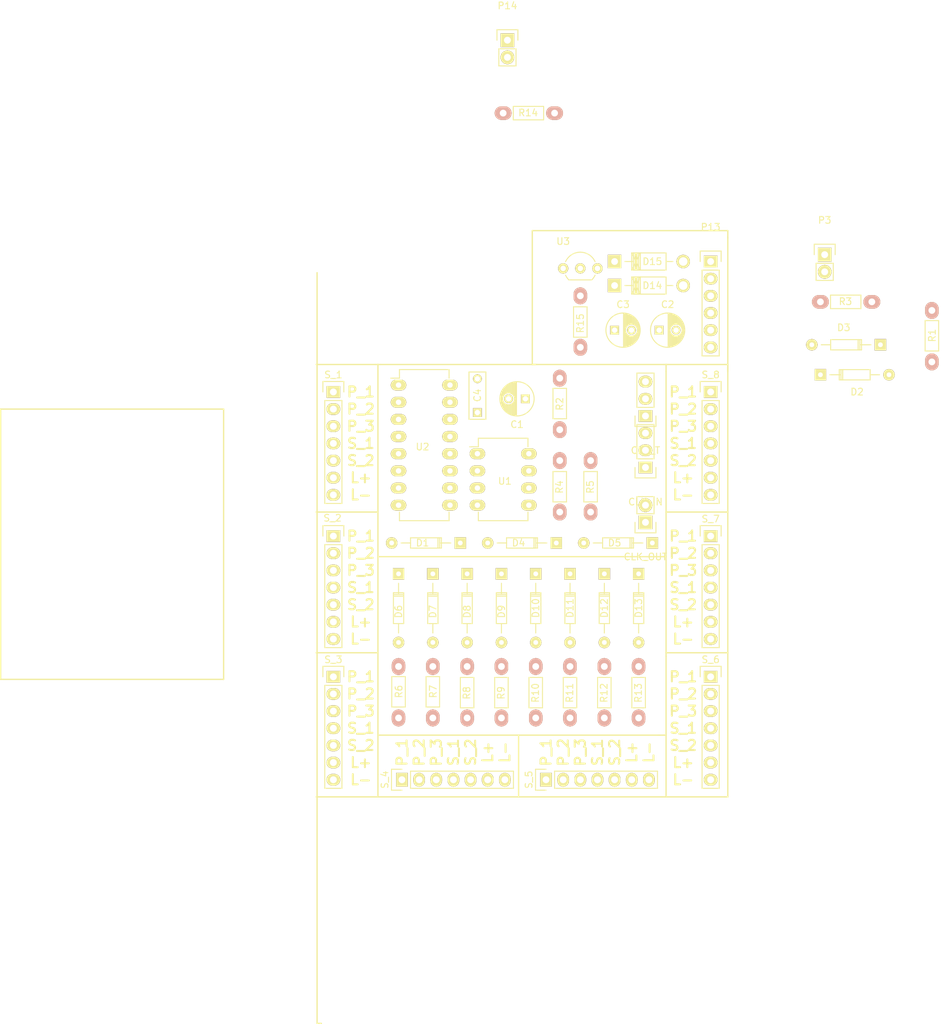
<source format=kicad_pcb>
(kicad_pcb (version 4) (host pcbnew 4.0.2+e4-6225~38~ubuntu14.04.1-stable)

  (general
    (links 118)
    (no_connects 118)
    (area 85.751999 -14.607 225.499001 137.260001)
    (thickness 1.6)
    (drawings 99)
    (tracks 0)
    (zones 0)
    (modules 51)
    (nets 48)
  )

  (page A4)
  (layers
    (0 F.Cu signal)
    (31 B.Cu signal)
    (32 B.Adhes user)
    (33 F.Adhes user)
    (34 B.Paste user)
    (35 F.Paste user)
    (36 B.SilkS user)
    (37 F.SilkS user)
    (38 B.Mask user)
    (39 F.Mask user)
    (40 Dwgs.User user)
    (41 Cmts.User user)
    (42 Eco1.User user)
    (43 Eco2.User user)
    (44 Edge.Cuts user)
    (45 Margin user)
    (46 B.CrtYd user)
    (47 F.CrtYd user)
    (48 B.Fab user)
    (49 F.Fab user)
  )

  (setup
    (last_trace_width 0.25)
    (trace_clearance 0.2)
    (zone_clearance 0.508)
    (zone_45_only no)
    (trace_min 0.2)
    (segment_width 0.2)
    (edge_width 0.15)
    (via_size 0.6)
    (via_drill 0.4)
    (via_min_size 0.4)
    (via_min_drill 0.3)
    (uvia_size 0.3)
    (uvia_drill 0.1)
    (uvias_allowed no)
    (uvia_min_size 0.2)
    (uvia_min_drill 0.1)
    (pcb_text_width 0.3)
    (pcb_text_size 1.5 1.5)
    (mod_edge_width 0.15)
    (mod_text_size 1 1)
    (mod_text_width 0.15)
    (pad_size 1.524 1.524)
    (pad_drill 0.762)
    (pad_to_mask_clearance 0.2)
    (aux_axis_origin 0 0)
    (visible_elements FFFFF77F)
    (pcbplotparams
      (layerselection 0x00030_80000001)
      (usegerberextensions false)
      (excludeedgelayer true)
      (linewidth 0.100000)
      (plotframeref false)
      (viasonmask false)
      (mode 1)
      (useauxorigin false)
      (hpglpennumber 1)
      (hpglpenspeed 20)
      (hpglpendiameter 15)
      (hpglpenoverlay 2)
      (psnegative false)
      (psa4output false)
      (plotreference true)
      (plotvalue true)
      (plotinvisibletext false)
      (padsonsilk false)
      (subtractmaskfromsilk false)
      (outputformat 1)
      (mirror false)
      (drillshape 1)
      (scaleselection 1)
      (outputdirectory ""))
  )

  (net 0 "")
  (net 1 GND)
  (net 2 +5V)
  (net 3 "Net-(D1-Pad1)")
  (net 4 "Net-(D10-Pad2)")
  (net 5 "Net-(D11-Pad2)")
  (net 6 "Net-(D12-Pad2)")
  (net 7 "Net-(D13-Pad2)")
  (net 8 "Net-(C2-Pad1)")
  (net 9 "Net-(D1-Pad2)")
  (net 10 "Net-(D2-Pad2)")
  (net 11 "Net-(D9-Pad2)")
  (net 12 "Net-(D9-Pad1)")
  (net 13 "Net-(D10-Pad1)")
  (net 14 "Net-(D11-Pad1)")
  (net 15 "Net-(D12-Pad1)")
  (net 16 "Net-(D13-Pad1)")
  (net 17 "Net-(P5-Pad1)")
  (net 18 "Net-(P5-Pad6)")
  (net 19 "Net-(P6-Pad1)")
  (net 20 "Net-(P6-Pad6)")
  (net 21 "Net-(P7-Pad1)")
  (net 22 "Net-(P7-Pad6)")
  (net 23 "Net-(P8-Pad1)")
  (net 24 "Net-(P8-Pad6)")
  (net 25 "Net-(P9-Pad1)")
  (net 26 "Net-(P9-Pad6)")
  (net 27 "Net-(P10-Pad1)")
  (net 28 "Net-(P10-Pad6)")
  (net 29 "Net-(P11-Pad1)")
  (net 30 "Net-(P11-Pad6)")
  (net 31 "Net-(C1-Pad1)")
  (net 32 "Net-(P13-Pad2)")
  (net 33 "Net-(P14-Pad2)")
  (net 34 "Net-(D4-Pad2)")
  (net 35 "Net-(D6-Pad2)")
  (net 36 "Net-(D6-Pad1)")
  (net 37 "Net-(D7-Pad2)")
  (net 38 "Net-(D7-Pad1)")
  (net 39 "Net-(D8-Pad2)")
  (net 40 "Net-(D8-Pad1)")
  (net 41 "Net-(P1-Pad2)")
  (net 42 "Net-(P4-Pad2)")
  (net 43 "Net-(P10-Pad5)")
  (net 44 "Net-(P12-Pad1)")
  (net 45 "Net-(R3-Pad1)")
  (net 46 "Net-(P12-Pad6)")
  (net 47 "Net-(P13-Pad5)")

  (net_class Default "This is the default net class."
    (clearance 0.2)
    (trace_width 0.25)
    (via_dia 0.6)
    (via_drill 0.4)
    (uvia_dia 0.3)
    (uvia_drill 0.1)
    (add_net +5V)
    (add_net GND)
    (add_net "Net-(C1-Pad1)")
    (add_net "Net-(C2-Pad1)")
    (add_net "Net-(D1-Pad1)")
    (add_net "Net-(D1-Pad2)")
    (add_net "Net-(D10-Pad1)")
    (add_net "Net-(D10-Pad2)")
    (add_net "Net-(D11-Pad1)")
    (add_net "Net-(D11-Pad2)")
    (add_net "Net-(D12-Pad1)")
    (add_net "Net-(D12-Pad2)")
    (add_net "Net-(D13-Pad1)")
    (add_net "Net-(D13-Pad2)")
    (add_net "Net-(D2-Pad2)")
    (add_net "Net-(D4-Pad2)")
    (add_net "Net-(D6-Pad1)")
    (add_net "Net-(D6-Pad2)")
    (add_net "Net-(D7-Pad1)")
    (add_net "Net-(D7-Pad2)")
    (add_net "Net-(D8-Pad1)")
    (add_net "Net-(D8-Pad2)")
    (add_net "Net-(D9-Pad1)")
    (add_net "Net-(D9-Pad2)")
    (add_net "Net-(P1-Pad2)")
    (add_net "Net-(P10-Pad1)")
    (add_net "Net-(P10-Pad5)")
    (add_net "Net-(P10-Pad6)")
    (add_net "Net-(P11-Pad1)")
    (add_net "Net-(P11-Pad6)")
    (add_net "Net-(P12-Pad1)")
    (add_net "Net-(P12-Pad6)")
    (add_net "Net-(P13-Pad2)")
    (add_net "Net-(P13-Pad5)")
    (add_net "Net-(P14-Pad2)")
    (add_net "Net-(P4-Pad2)")
    (add_net "Net-(P5-Pad1)")
    (add_net "Net-(P5-Pad6)")
    (add_net "Net-(P6-Pad1)")
    (add_net "Net-(P6-Pad6)")
    (add_net "Net-(P7-Pad1)")
    (add_net "Net-(P7-Pad6)")
    (add_net "Net-(P8-Pad1)")
    (add_net "Net-(P8-Pad6)")
    (add_net "Net-(P9-Pad1)")
    (add_net "Net-(P9-Pad6)")
    (add_net "Net-(R3-Pad1)")
  )

  (module Capacitors_ThroughHole:C_Rect_L7_W2.5_P5 (layer F.Cu) (tedit 575D49D1) (tstamp 571BA3F2)
    (at 156.464 46.736 90)
    (descr "Film Capacitor Length 7mm x Width 2.5mm, Pitch 5mm")
    (tags Capacitor)
    (path /571B24F1)
    (fp_text reference C4 (at 2.54 0 90) (layer F.SilkS)
      (effects (font (size 1 1) (thickness 0.15)))
    )
    (fp_text value 100nF (at 2.5 2.5 90) (layer F.Fab) hide
      (effects (font (size 1 1) (thickness 0.15)))
    )
    (fp_line (start -1.25 -1.5) (end 6.25 -1.5) (layer F.CrtYd) (width 0.05))
    (fp_line (start 6.25 -1.5) (end 6.25 1.5) (layer F.CrtYd) (width 0.05))
    (fp_line (start 6.25 1.5) (end -1.25 1.5) (layer F.CrtYd) (width 0.05))
    (fp_line (start -1.25 1.5) (end -1.25 -1.5) (layer F.CrtYd) (width 0.05))
    (fp_line (start -1 -1.25) (end 6 -1.25) (layer F.SilkS) (width 0.15))
    (fp_line (start 6 -1.25) (end 6 1.25) (layer F.SilkS) (width 0.15))
    (fp_line (start 6 1.25) (end -1 1.25) (layer F.SilkS) (width 0.15))
    (fp_line (start -1 1.25) (end -1 -1.25) (layer F.SilkS) (width 0.15))
    (pad 1 thru_hole rect (at 0 0 90) (size 1.3 1.3) (drill 0.8) (layers *.Cu *.Mask F.SilkS)
      (net 2 +5V))
    (pad 2 thru_hole circle (at 5 0 90) (size 1.3 1.3) (drill 0.8) (layers *.Cu *.Mask F.SilkS)
      (net 1 GND))
  )

  (module Diodes_ThroughHole:Diode_DO-35_SOD27_Horizontal_RM10 (layer F.Cu) (tedit 575D495D) (tstamp 571F9E07)
    (at 153.924 66.04 180)
    (descr "Diode, DO-35,  SOD27, Horizontal, RM 10mm")
    (tags "Diode, DO-35, SOD27, Horizontal, RM 10mm, 1N4148,")
    (path /5720DEB5)
    (fp_text reference D1 (at 5.588 0 180) (layer F.SilkS)
      (effects (font (size 1 1) (thickness 0.15)))
    )
    (fp_text value 1N4148 (at 4.41452 -3.55854 180) (layer F.Fab) hide
      (effects (font (size 1 1) (thickness 0.15)))
    )
    (fp_line (start 7.36652 -0.00254) (end 8.76352 -0.00254) (layer F.SilkS) (width 0.15))
    (fp_line (start 2.92152 -0.00254) (end 1.39752 -0.00254) (layer F.SilkS) (width 0.15))
    (fp_line (start 3.30252 -0.76454) (end 3.30252 0.75946) (layer F.SilkS) (width 0.15))
    (fp_line (start 3.04852 -0.76454) (end 3.04852 0.75946) (layer F.SilkS) (width 0.15))
    (fp_line (start 2.79452 -0.00254) (end 2.79452 0.75946) (layer F.SilkS) (width 0.15))
    (fp_line (start 2.79452 0.75946) (end 7.36652 0.75946) (layer F.SilkS) (width 0.15))
    (fp_line (start 7.36652 0.75946) (end 7.36652 -0.76454) (layer F.SilkS) (width 0.15))
    (fp_line (start 7.36652 -0.76454) (end 2.79452 -0.76454) (layer F.SilkS) (width 0.15))
    (fp_line (start 2.79452 -0.76454) (end 2.79452 -0.00254) (layer F.SilkS) (width 0.15))
    (pad 2 thru_hole circle (at 10.16052 -0.00254) (size 1.69926 1.69926) (drill 0.70104) (layers *.Cu *.Mask F.SilkS)
      (net 9 "Net-(D1-Pad2)"))
    (pad 1 thru_hole rect (at 0.00052 -0.00254) (size 1.69926 1.69926) (drill 0.70104) (layers *.Cu *.Mask F.SilkS)
      (net 3 "Net-(D1-Pad1)"))
    (model Diodes_ThroughHole.3dshapes/Diode_DO-35_SOD27_Horizontal_RM10.wrl
      (at (xyz 0.2 0 0))
      (scale (xyz 0.4 0.4 0.4))
      (rotate (xyz 0 0 180))
    )
  )

  (module Capacitors_ThroughHole:C_Radial_D5_L11_P2.5 (layer F.Cu) (tedit 575D4850) (tstamp 571FCE8C)
    (at 183.388 34.544)
    (descr "Radial Electrolytic Capacitor Diameter 5mm x Length 11mm, Pitch 2.5mm")
    (tags "Electrolytic Capacitor")
    (path /571B1B4A)
    (fp_text reference C2 (at 1.25 -3.8) (layer F.SilkS)
      (effects (font (size 1 1) (thickness 0.15)))
    )
    (fp_text value 220uF (at 1.25 3.8) (layer F.Fab) hide
      (effects (font (size 1 1) (thickness 0.15)))
    )
    (fp_line (start 1.325 -2.499) (end 1.325 2.499) (layer F.SilkS) (width 0.15))
    (fp_line (start 1.465 -2.491) (end 1.465 2.491) (layer F.SilkS) (width 0.15))
    (fp_line (start 1.605 -2.475) (end 1.605 -0.095) (layer F.SilkS) (width 0.15))
    (fp_line (start 1.605 0.095) (end 1.605 2.475) (layer F.SilkS) (width 0.15))
    (fp_line (start 1.745 -2.451) (end 1.745 -0.49) (layer F.SilkS) (width 0.15))
    (fp_line (start 1.745 0.49) (end 1.745 2.451) (layer F.SilkS) (width 0.15))
    (fp_line (start 1.885 -2.418) (end 1.885 -0.657) (layer F.SilkS) (width 0.15))
    (fp_line (start 1.885 0.657) (end 1.885 2.418) (layer F.SilkS) (width 0.15))
    (fp_line (start 2.025 -2.377) (end 2.025 -0.764) (layer F.SilkS) (width 0.15))
    (fp_line (start 2.025 0.764) (end 2.025 2.377) (layer F.SilkS) (width 0.15))
    (fp_line (start 2.165 -2.327) (end 2.165 -0.835) (layer F.SilkS) (width 0.15))
    (fp_line (start 2.165 0.835) (end 2.165 2.327) (layer F.SilkS) (width 0.15))
    (fp_line (start 2.305 -2.266) (end 2.305 -0.879) (layer F.SilkS) (width 0.15))
    (fp_line (start 2.305 0.879) (end 2.305 2.266) (layer F.SilkS) (width 0.15))
    (fp_line (start 2.445 -2.196) (end 2.445 -0.898) (layer F.SilkS) (width 0.15))
    (fp_line (start 2.445 0.898) (end 2.445 2.196) (layer F.SilkS) (width 0.15))
    (fp_line (start 2.585 -2.114) (end 2.585 -0.896) (layer F.SilkS) (width 0.15))
    (fp_line (start 2.585 0.896) (end 2.585 2.114) (layer F.SilkS) (width 0.15))
    (fp_line (start 2.725 -2.019) (end 2.725 -0.871) (layer F.SilkS) (width 0.15))
    (fp_line (start 2.725 0.871) (end 2.725 2.019) (layer F.SilkS) (width 0.15))
    (fp_line (start 2.865 -1.908) (end 2.865 -0.823) (layer F.SilkS) (width 0.15))
    (fp_line (start 2.865 0.823) (end 2.865 1.908) (layer F.SilkS) (width 0.15))
    (fp_line (start 3.005 -1.78) (end 3.005 -0.745) (layer F.SilkS) (width 0.15))
    (fp_line (start 3.005 0.745) (end 3.005 1.78) (layer F.SilkS) (width 0.15))
    (fp_line (start 3.145 -1.631) (end 3.145 -0.628) (layer F.SilkS) (width 0.15))
    (fp_line (start 3.145 0.628) (end 3.145 1.631) (layer F.SilkS) (width 0.15))
    (fp_line (start 3.285 -1.452) (end 3.285 -0.44) (layer F.SilkS) (width 0.15))
    (fp_line (start 3.285 0.44) (end 3.285 1.452) (layer F.SilkS) (width 0.15))
    (fp_line (start 3.425 -1.233) (end 3.425 1.233) (layer F.SilkS) (width 0.15))
    (fp_line (start 3.565 -0.944) (end 3.565 0.944) (layer F.SilkS) (width 0.15))
    (fp_line (start 3.705 -0.472) (end 3.705 0.472) (layer F.SilkS) (width 0.15))
    (fp_circle (center 2.5 0) (end 2.5 -0.9) (layer F.SilkS) (width 0.15))
    (fp_circle (center 1.25 0) (end 1.25 -2.5375) (layer F.SilkS) (width 0.15))
    (fp_circle (center 1.25 0) (end 1.25 -2.8) (layer F.CrtYd) (width 0.05))
    (pad 1 thru_hole rect (at 0 0) (size 1.3 1.3) (drill 0.8) (layers *.Cu *.Mask F.SilkS)
      (net 8 "Net-(C2-Pad1)"))
    (pad 2 thru_hole circle (at 2.5 0) (size 1.3 1.3) (drill 0.8) (layers *.Cu *.Mask F.SilkS)
      (net 1 GND))
    (model Capacitors_ThroughHole.3dshapes/C_Radial_D5_L11_P2.5.wrl
      (at (xyz 0.049213 0 0))
      (scale (xyz 1 1 1))
      (rotate (xyz 0 0 90))
    )
  )

  (module synth-diy:Resistor_Horizontal_RM7mm_Wide (layer F.Cu) (tedit 57472F12) (tstamp 57474B1E)
    (at 223.774 31.623 270)
    (descr "Resistor, Axial,  RM 7.62mm, 1/3W,")
    (tags "Resistor Axial RM 7.62mm 1/3W R3")
    (path /5720FE26)
    (fp_text reference R1 (at 3.70892 -0.05012 270) (layer F.SilkS)
      (effects (font (size 1 1) (thickness 0.15)))
    )
    (fp_text value 1k (at 3.81 3.81 270) (layer F.Fab)
      (effects (font (size 1 1) (thickness 0.15)))
    )
    (fp_line (start 1.5 -1) (end 1.5 1) (layer F.SilkS) (width 0.15))
    (fp_line (start 1.5 1) (end 6 1) (layer F.SilkS) (width 0.15))
    (fp_line (start 6 1) (end 6 -1) (layer F.SilkS) (width 0.15))
    (fp_line (start 6 -1) (end 1.5 -1) (layer F.SilkS) (width 0.15))
    (fp_line (start -1.25 -1.5) (end 8.85 -1.5) (layer F.CrtYd) (width 0.05))
    (fp_line (start -1.25 1.5) (end -1.25 -1.5) (layer F.CrtYd) (width 0.05))
    (fp_line (start 8.85 -1.5) (end 8.85 1.5) (layer F.CrtYd) (width 0.05))
    (fp_line (start -1.25 1.5) (end 8.85 1.5) (layer F.CrtYd) (width 0.05))
    (pad 1 thru_hole oval (at 0 0 270) (size 2.5 2) (drill 1.00076) (layers *.Cu *.SilkS *.Mask)
      (net 10 "Net-(D2-Pad2)"))
    (pad 2 thru_hole oval (at 7.62 0 270) (size 2.5 2) (drill 1.00076) (layers *.Cu *.SilkS *.Mask)
      (net 1 GND))
  )

  (module synth-diy:Resistor_Horizontal_RM7mm_Wide (layer F.Cu) (tedit 575D49FE) (tstamp 57474B23)
    (at 168.656 41.656 270)
    (descr "Resistor, Axial,  RM 7.62mm, 1/3W,")
    (tags "Resistor Axial RM 7.62mm 1/3W R3")
    (path /571FCD53)
    (fp_text reference R2 (at 3.81 0 270) (layer F.SilkS)
      (effects (font (size 1 1) (thickness 0.15)))
    )
    (fp_text value 1k (at 3.81 3.81 270) (layer F.Fab) hide
      (effects (font (size 1 1) (thickness 0.15)))
    )
    (fp_line (start 1.5 -1) (end 1.5 1) (layer F.SilkS) (width 0.15))
    (fp_line (start 1.5 1) (end 6 1) (layer F.SilkS) (width 0.15))
    (fp_line (start 6 1) (end 6 -1) (layer F.SilkS) (width 0.15))
    (fp_line (start 6 -1) (end 1.5 -1) (layer F.SilkS) (width 0.15))
    (fp_line (start -1.25 -1.5) (end 8.85 -1.5) (layer F.CrtYd) (width 0.05))
    (fp_line (start -1.25 1.5) (end -1.25 -1.5) (layer F.CrtYd) (width 0.05))
    (fp_line (start 8.85 -1.5) (end 8.85 1.5) (layer F.CrtYd) (width 0.05))
    (fp_line (start -1.25 1.5) (end 8.85 1.5) (layer F.CrtYd) (width 0.05))
    (pad 1 thru_hole oval (at 0 0 270) (size 2.5 2) (drill 1.00076) (layers *.Cu *.SilkS *.Mask)
      (net 42 "Net-(P4-Pad2)"))
    (pad 2 thru_hole oval (at 7.62 0 270) (size 2.5 2) (drill 1.00076) (layers *.Cu *.SilkS *.Mask)
      (net 31 "Net-(C1-Pad1)"))
  )

  (module synth-diy:Resistor_Horizontal_RM7mm_Wide (layer F.Cu) (tedit 57472F12) (tstamp 57474B28)
    (at 207.264 30.353)
    (descr "Resistor, Axial,  RM 7.62mm, 1/3W,")
    (tags "Resistor Axial RM 7.62mm 1/3W R3")
    (path /572104B8)
    (fp_text reference R3 (at 3.70892 -0.05012) (layer F.SilkS)
      (effects (font (size 1 1) (thickness 0.15)))
    )
    (fp_text value 20k (at 3.81 3.81) (layer F.Fab)
      (effects (font (size 1 1) (thickness 0.15)))
    )
    (fp_line (start 1.5 -1) (end 1.5 1) (layer F.SilkS) (width 0.15))
    (fp_line (start 1.5 1) (end 6 1) (layer F.SilkS) (width 0.15))
    (fp_line (start 6 1) (end 6 -1) (layer F.SilkS) (width 0.15))
    (fp_line (start 6 -1) (end 1.5 -1) (layer F.SilkS) (width 0.15))
    (fp_line (start -1.25 -1.5) (end 8.85 -1.5) (layer F.CrtYd) (width 0.05))
    (fp_line (start -1.25 1.5) (end -1.25 -1.5) (layer F.CrtYd) (width 0.05))
    (fp_line (start 8.85 -1.5) (end 8.85 1.5) (layer F.CrtYd) (width 0.05))
    (fp_line (start -1.25 1.5) (end 8.85 1.5) (layer F.CrtYd) (width 0.05))
    (pad 1 thru_hole oval (at 0 0) (size 2.5 2) (drill 1.00076) (layers *.Cu *.SilkS *.Mask)
      (net 45 "Net-(R3-Pad1)"))
    (pad 2 thru_hole oval (at 7.62 0) (size 2.5 2) (drill 1.00076) (layers *.Cu *.SilkS *.Mask)
      (net 10 "Net-(D2-Pad2)"))
  )

  (module synth-diy:Resistor_Horizontal_RM7mm_Wide (layer F.Cu) (tedit 575D4A03) (tstamp 57474B2D)
    (at 168.656 61.468 90)
    (descr "Resistor, Axial,  RM 7.62mm, 1/3W,")
    (tags "Resistor Axial RM 7.62mm 1/3W R3")
    (path /5720A0F8)
    (fp_text reference R4 (at 3.70892 -0.05012 90) (layer F.SilkS)
      (effects (font (size 1 1) (thickness 0.15)))
    )
    (fp_text value 20k (at 3.81 3.81 90) (layer F.Fab) hide
      (effects (font (size 1 1) (thickness 0.15)))
    )
    (fp_line (start 1.5 -1) (end 1.5 1) (layer F.SilkS) (width 0.15))
    (fp_line (start 1.5 1) (end 6 1) (layer F.SilkS) (width 0.15))
    (fp_line (start 6 1) (end 6 -1) (layer F.SilkS) (width 0.15))
    (fp_line (start 6 -1) (end 1.5 -1) (layer F.SilkS) (width 0.15))
    (fp_line (start -1.25 -1.5) (end 8.85 -1.5) (layer F.CrtYd) (width 0.05))
    (fp_line (start -1.25 1.5) (end -1.25 -1.5) (layer F.CrtYd) (width 0.05))
    (fp_line (start 8.85 -1.5) (end 8.85 1.5) (layer F.CrtYd) (width 0.05))
    (fp_line (start -1.25 1.5) (end 8.85 1.5) (layer F.CrtYd) (width 0.05))
    (pad 1 thru_hole oval (at 0 0 90) (size 2.5 2) (drill 1.00076) (layers *.Cu *.SilkS *.Mask)
      (net 34 "Net-(D4-Pad2)"))
    (pad 2 thru_hole oval (at 7.62 0 90) (size 2.5 2) (drill 1.00076) (layers *.Cu *.SilkS *.Mask)
      (net 9 "Net-(D1-Pad2)"))
  )

  (module synth-diy:Resistor_Horizontal_RM7mm_Wide (layer F.Cu) (tedit 575D4A01) (tstamp 57474B32)
    (at 173.228 61.468 90)
    (descr "Resistor, Axial,  RM 7.62mm, 1/3W,")
    (tags "Resistor Axial RM 7.62mm 1/3W R3")
    (path /5720926C)
    (fp_text reference R5 (at 3.70892 -0.05012 90) (layer F.SilkS)
      (effects (font (size 1 1) (thickness 0.15)))
    )
    (fp_text value 1k (at 3.81 3.81 90) (layer F.Fab) hide
      (effects (font (size 1 1) (thickness 0.15)))
    )
    (fp_line (start 1.5 -1) (end 1.5 1) (layer F.SilkS) (width 0.15))
    (fp_line (start 1.5 1) (end 6 1) (layer F.SilkS) (width 0.15))
    (fp_line (start 6 1) (end 6 -1) (layer F.SilkS) (width 0.15))
    (fp_line (start 6 -1) (end 1.5 -1) (layer F.SilkS) (width 0.15))
    (fp_line (start -1.25 -1.5) (end 8.85 -1.5) (layer F.CrtYd) (width 0.05))
    (fp_line (start -1.25 1.5) (end -1.25 -1.5) (layer F.CrtYd) (width 0.05))
    (fp_line (start 8.85 -1.5) (end 8.85 1.5) (layer F.CrtYd) (width 0.05))
    (fp_line (start -1.25 1.5) (end 8.85 1.5) (layer F.CrtYd) (width 0.05))
    (pad 1 thru_hole oval (at 0 0 90) (size 2.5 2) (drill 1.00076) (layers *.Cu *.SilkS *.Mask)
      (net 1 GND))
    (pad 2 thru_hole oval (at 7.62 0 90) (size 2.5 2) (drill 1.00076) (layers *.Cu *.SilkS *.Mask)
      (net 34 "Net-(D4-Pad2)"))
  )

  (module synth-diy:Resistor_Horizontal_RM7mm_Wide (layer F.Cu) (tedit 575D3F88) (tstamp 57474B37)
    (at 144.78 84.328 270)
    (descr "Resistor, Axial,  RM 7.62mm, 1/3W,")
    (tags "Resistor Axial RM 7.62mm 1/3W R3")
    (path /5719CF27)
    (fp_text reference R6 (at 3.70892 -0.05012 270) (layer F.SilkS)
      (effects (font (size 1 1) (thickness 0.15)))
    )
    (fp_text value 10k (at 3.81 3.81 270) (layer F.Fab) hide
      (effects (font (size 1 1) (thickness 0.15)))
    )
    (fp_line (start 1.5 -1) (end 1.5 1) (layer F.SilkS) (width 0.15))
    (fp_line (start 1.5 1) (end 6 1) (layer F.SilkS) (width 0.15))
    (fp_line (start 6 1) (end 6 -1) (layer F.SilkS) (width 0.15))
    (fp_line (start 6 -1) (end 1.5 -1) (layer F.SilkS) (width 0.15))
    (fp_line (start -1.25 -1.5) (end 8.85 -1.5) (layer F.CrtYd) (width 0.05))
    (fp_line (start -1.25 1.5) (end -1.25 -1.5) (layer F.CrtYd) (width 0.05))
    (fp_line (start 8.85 -1.5) (end 8.85 1.5) (layer F.CrtYd) (width 0.05))
    (fp_line (start -1.25 1.5) (end 8.85 1.5) (layer F.CrtYd) (width 0.05))
    (pad 1 thru_hole oval (at 0 0 270) (size 2.5 2) (drill 1.00076) (layers *.Cu *.SilkS *.Mask)
      (net 18 "Net-(P5-Pad6)"))
    (pad 2 thru_hole oval (at 7.62 0 270) (size 2.5 2) (drill 1.00076) (layers *.Cu *.SilkS *.Mask)
      (net 17 "Net-(P5-Pad1)"))
  )

  (module synth-diy:Resistor_Horizontal_RM7mm_Wide (layer F.Cu) (tedit 575D3FF1) (tstamp 57474B3C)
    (at 149.86 84.328 270)
    (descr "Resistor, Axial,  RM 7.62mm, 1/3W,")
    (tags "Resistor Axial RM 7.62mm 1/3W R3")
    (path /574B47C4)
    (fp_text reference R7 (at 3.70892 -0.05012 270) (layer F.SilkS)
      (effects (font (size 1 1) (thickness 0.15)))
    )
    (fp_text value 10k (at 3.81 3.81 270) (layer F.Fab) hide
      (effects (font (size 1 1) (thickness 0.15)))
    )
    (fp_line (start 1.5 -1) (end 1.5 1) (layer F.SilkS) (width 0.15))
    (fp_line (start 1.5 1) (end 6 1) (layer F.SilkS) (width 0.15))
    (fp_line (start 6 1) (end 6 -1) (layer F.SilkS) (width 0.15))
    (fp_line (start 6 -1) (end 1.5 -1) (layer F.SilkS) (width 0.15))
    (fp_line (start -1.25 -1.5) (end 8.85 -1.5) (layer F.CrtYd) (width 0.05))
    (fp_line (start -1.25 1.5) (end -1.25 -1.5) (layer F.CrtYd) (width 0.05))
    (fp_line (start 8.85 -1.5) (end 8.85 1.5) (layer F.CrtYd) (width 0.05))
    (fp_line (start -1.25 1.5) (end 8.85 1.5) (layer F.CrtYd) (width 0.05))
    (pad 1 thru_hole oval (at 0 0 270) (size 2.5 2) (drill 1.00076) (layers *.Cu *.SilkS *.Mask)
      (net 20 "Net-(P6-Pad6)"))
    (pad 2 thru_hole oval (at 7.62 0 270) (size 2.5 2) (drill 1.00076) (layers *.Cu *.SilkS *.Mask)
      (net 19 "Net-(P6-Pad1)"))
  )

  (module Diodes_ThroughHole:Diode_DO-35_SOD27_Horizontal_RM10 (layer F.Cu) (tedit 552FFC30) (tstamp 575D31BF)
    (at 207.264 41.148)
    (descr "Diode, DO-35,  SOD27, Horizontal, RM 10mm")
    (tags "Diode, DO-35, SOD27, Horizontal, RM 10mm, 1N4148,")
    (path /575D9F85)
    (fp_text reference D2 (at 5.43052 2.53746) (layer F.SilkS)
      (effects (font (size 1 1) (thickness 0.15)))
    )
    (fp_text value 1N4148 (at 4.41452 -3.55854) (layer F.Fab)
      (effects (font (size 1 1) (thickness 0.15)))
    )
    (fp_line (start 7.36652 -0.00254) (end 8.76352 -0.00254) (layer F.SilkS) (width 0.15))
    (fp_line (start 2.92152 -0.00254) (end 1.39752 -0.00254) (layer F.SilkS) (width 0.15))
    (fp_line (start 3.30252 -0.76454) (end 3.30252 0.75946) (layer F.SilkS) (width 0.15))
    (fp_line (start 3.04852 -0.76454) (end 3.04852 0.75946) (layer F.SilkS) (width 0.15))
    (fp_line (start 2.79452 -0.00254) (end 2.79452 0.75946) (layer F.SilkS) (width 0.15))
    (fp_line (start 2.79452 0.75946) (end 7.36652 0.75946) (layer F.SilkS) (width 0.15))
    (fp_line (start 7.36652 0.75946) (end 7.36652 -0.76454) (layer F.SilkS) (width 0.15))
    (fp_line (start 7.36652 -0.76454) (end 2.79452 -0.76454) (layer F.SilkS) (width 0.15))
    (fp_line (start 2.79452 -0.76454) (end 2.79452 -0.00254) (layer F.SilkS) (width 0.15))
    (pad 2 thru_hole circle (at 10.16052 -0.00254 180) (size 1.69926 1.69926) (drill 0.70104) (layers *.Cu *.Mask F.SilkS)
      (net 10 "Net-(D2-Pad2)"))
    (pad 1 thru_hole rect (at 0.00052 -0.00254 180) (size 1.69926 1.69926) (drill 0.70104) (layers *.Cu *.Mask F.SilkS)
      (net 2 +5V))
    (model Diodes_ThroughHole.3dshapes/Diode_DO-35_SOD27_Horizontal_RM10.wrl
      (at (xyz 0.2 0 0))
      (scale (xyz 0.4 0.4 0.4))
      (rotate (xyz 0 0 180))
    )
  )

  (module Diodes_ThroughHole:Diode_DO-35_SOD27_Horizontal_RM10 (layer F.Cu) (tedit 575D4989) (tstamp 575D31C5)
    (at 168.148 66.04 180)
    (descr "Diode, DO-35,  SOD27, Horizontal, RM 10mm")
    (tags "Diode, DO-35, SOD27, Horizontal, RM 10mm, 1N4148,")
    (path /574AA80E)
    (fp_text reference D4 (at 5.588 0 180) (layer F.SilkS)
      (effects (font (size 1 1) (thickness 0.15)))
    )
    (fp_text value 1N4148 (at 4.41452 -3.55854 180) (layer F.Fab) hide
      (effects (font (size 1 1) (thickness 0.15)))
    )
    (fp_line (start 7.36652 -0.00254) (end 8.76352 -0.00254) (layer F.SilkS) (width 0.15))
    (fp_line (start 2.92152 -0.00254) (end 1.39752 -0.00254) (layer F.SilkS) (width 0.15))
    (fp_line (start 3.30252 -0.76454) (end 3.30252 0.75946) (layer F.SilkS) (width 0.15))
    (fp_line (start 3.04852 -0.76454) (end 3.04852 0.75946) (layer F.SilkS) (width 0.15))
    (fp_line (start 2.79452 -0.00254) (end 2.79452 0.75946) (layer F.SilkS) (width 0.15))
    (fp_line (start 2.79452 0.75946) (end 7.36652 0.75946) (layer F.SilkS) (width 0.15))
    (fp_line (start 7.36652 0.75946) (end 7.36652 -0.76454) (layer F.SilkS) (width 0.15))
    (fp_line (start 7.36652 -0.76454) (end 2.79452 -0.76454) (layer F.SilkS) (width 0.15))
    (fp_line (start 2.79452 -0.76454) (end 2.79452 -0.00254) (layer F.SilkS) (width 0.15))
    (pad 2 thru_hole circle (at 10.16052 -0.00254) (size 1.69926 1.69926) (drill 0.70104) (layers *.Cu *.Mask F.SilkS)
      (net 34 "Net-(D4-Pad2)"))
    (pad 1 thru_hole rect (at 0.00052 -0.00254) (size 1.69926 1.69926) (drill 0.70104) (layers *.Cu *.Mask F.SilkS)
      (net 2 +5V))
    (model Diodes_ThroughHole.3dshapes/Diode_DO-35_SOD27_Horizontal_RM10.wrl
      (at (xyz 0.2 0 0))
      (scale (xyz 0.4 0.4 0.4))
      (rotate (xyz 0 0 180))
    )
  )

  (module Diodes_ThroughHole:Diode_DO-35_SOD27_Horizontal_RM10 (layer F.Cu) (tedit 575D4984) (tstamp 575D31CB)
    (at 182.372 66.04 180)
    (descr "Diode, DO-35,  SOD27, Horizontal, RM 10mm")
    (tags "Diode, DO-35, SOD27, Horizontal, RM 10mm, 1N4148,")
    (path /574AA753)
    (fp_text reference D5 (at 5.588 0 180) (layer F.SilkS)
      (effects (font (size 1 1) (thickness 0.15)))
    )
    (fp_text value 1N4148 (at 4.41452 -3.55854 180) (layer F.Fab) hide
      (effects (font (size 1 1) (thickness 0.15)))
    )
    (fp_line (start 7.36652 -0.00254) (end 8.76352 -0.00254) (layer F.SilkS) (width 0.15))
    (fp_line (start 2.92152 -0.00254) (end 1.39752 -0.00254) (layer F.SilkS) (width 0.15))
    (fp_line (start 3.30252 -0.76454) (end 3.30252 0.75946) (layer F.SilkS) (width 0.15))
    (fp_line (start 3.04852 -0.76454) (end 3.04852 0.75946) (layer F.SilkS) (width 0.15))
    (fp_line (start 2.79452 -0.00254) (end 2.79452 0.75946) (layer F.SilkS) (width 0.15))
    (fp_line (start 2.79452 0.75946) (end 7.36652 0.75946) (layer F.SilkS) (width 0.15))
    (fp_line (start 7.36652 0.75946) (end 7.36652 -0.76454) (layer F.SilkS) (width 0.15))
    (fp_line (start 7.36652 -0.76454) (end 2.79452 -0.76454) (layer F.SilkS) (width 0.15))
    (fp_line (start 2.79452 -0.76454) (end 2.79452 -0.00254) (layer F.SilkS) (width 0.15))
    (pad 2 thru_hole circle (at 10.16052 -0.00254) (size 1.69926 1.69926) (drill 0.70104) (layers *.Cu *.Mask F.SilkS)
      (net 1 GND))
    (pad 1 thru_hole rect (at 0.00052 -0.00254) (size 1.69926 1.69926) (drill 0.70104) (layers *.Cu *.Mask F.SilkS)
      (net 34 "Net-(D4-Pad2)"))
    (model Diodes_ThroughHole.3dshapes/Diode_DO-35_SOD27_Horizontal_RM10.wrl
      (at (xyz 0.2 0 0))
      (scale (xyz 0.4 0.4 0.4))
      (rotate (xyz 0 0 180))
    )
  )

  (module Diodes_ThroughHole:Diode_DO-35_SOD27_Horizontal_RM10 (layer F.Cu) (tedit 575D4012) (tstamp 575D31D1)
    (at 149.86 70.612 270)
    (descr "Diode, DO-35,  SOD27, Horizontal, RM 10mm")
    (tags "Diode, DO-35, SOD27, Horizontal, RM 10mm, 1N4148,")
    (path /574B47CA)
    (fp_text reference D7 (at 5.588 0 270) (layer F.SilkS)
      (effects (font (size 1 1) (thickness 0.15)))
    )
    (fp_text value 1N4148 (at 4.41452 -3.55854 270) (layer F.Fab) hide
      (effects (font (size 1 1) (thickness 0.15)))
    )
    (fp_line (start 7.36652 -0.00254) (end 8.76352 -0.00254) (layer F.SilkS) (width 0.15))
    (fp_line (start 2.92152 -0.00254) (end 1.39752 -0.00254) (layer F.SilkS) (width 0.15))
    (fp_line (start 3.30252 -0.76454) (end 3.30252 0.75946) (layer F.SilkS) (width 0.15))
    (fp_line (start 3.04852 -0.76454) (end 3.04852 0.75946) (layer F.SilkS) (width 0.15))
    (fp_line (start 2.79452 -0.00254) (end 2.79452 0.75946) (layer F.SilkS) (width 0.15))
    (fp_line (start 2.79452 0.75946) (end 7.36652 0.75946) (layer F.SilkS) (width 0.15))
    (fp_line (start 7.36652 0.75946) (end 7.36652 -0.76454) (layer F.SilkS) (width 0.15))
    (fp_line (start 7.36652 -0.76454) (end 2.79452 -0.76454) (layer F.SilkS) (width 0.15))
    (fp_line (start 2.79452 -0.76454) (end 2.79452 -0.00254) (layer F.SilkS) (width 0.15))
    (pad 2 thru_hole circle (at 10.16052 -0.00254 90) (size 1.69926 1.69926) (drill 0.70104) (layers *.Cu *.Mask F.SilkS)
      (net 37 "Net-(D7-Pad2)"))
    (pad 1 thru_hole rect (at 0.00052 -0.00254 90) (size 1.69926 1.69926) (drill 0.70104) (layers *.Cu *.Mask F.SilkS)
      (net 38 "Net-(D7-Pad1)"))
    (model Diodes_ThroughHole.3dshapes/Diode_DO-35_SOD27_Horizontal_RM10.wrl
      (at (xyz 0.2 0 0))
      (scale (xyz 0.4 0.4 0.4))
      (rotate (xyz 0 0 180))
    )
  )

  (module Diodes_ThroughHole:Diode_DO-35_SOD27_Horizontal_RM10 (layer F.Cu) (tedit 575D4519) (tstamp 575D31D7)
    (at 160.02 70.612 270)
    (descr "Diode, DO-35,  SOD27, Horizontal, RM 10mm")
    (tags "Diode, DO-35, SOD27, Horizontal, RM 10mm, 1N4148,")
    (path /574B5C04)
    (fp_text reference D9 (at 5.588 0 270) (layer F.SilkS)
      (effects (font (size 1 1) (thickness 0.15)))
    )
    (fp_text value 1N4148 (at 4.41452 -3.55854 270) (layer F.Fab) hide
      (effects (font (size 1 1) (thickness 0.15)))
    )
    (fp_line (start 7.36652 -0.00254) (end 8.76352 -0.00254) (layer F.SilkS) (width 0.15))
    (fp_line (start 2.92152 -0.00254) (end 1.39752 -0.00254) (layer F.SilkS) (width 0.15))
    (fp_line (start 3.30252 -0.76454) (end 3.30252 0.75946) (layer F.SilkS) (width 0.15))
    (fp_line (start 3.04852 -0.76454) (end 3.04852 0.75946) (layer F.SilkS) (width 0.15))
    (fp_line (start 2.79452 -0.00254) (end 2.79452 0.75946) (layer F.SilkS) (width 0.15))
    (fp_line (start 2.79452 0.75946) (end 7.36652 0.75946) (layer F.SilkS) (width 0.15))
    (fp_line (start 7.36652 0.75946) (end 7.36652 -0.76454) (layer F.SilkS) (width 0.15))
    (fp_line (start 7.36652 -0.76454) (end 2.79452 -0.76454) (layer F.SilkS) (width 0.15))
    (fp_line (start 2.79452 -0.76454) (end 2.79452 -0.00254) (layer F.SilkS) (width 0.15))
    (pad 2 thru_hole circle (at 10.16052 -0.00254 90) (size 1.69926 1.69926) (drill 0.70104) (layers *.Cu *.Mask F.SilkS)
      (net 11 "Net-(D9-Pad2)"))
    (pad 1 thru_hole rect (at 0.00052 -0.00254 90) (size 1.69926 1.69926) (drill 0.70104) (layers *.Cu *.Mask F.SilkS)
      (net 12 "Net-(D9-Pad1)"))
    (model Diodes_ThroughHole.3dshapes/Diode_DO-35_SOD27_Horizontal_RM10.wrl
      (at (xyz 0.2 0 0))
      (scale (xyz 0.4 0.4 0.4))
      (rotate (xyz 0 0 180))
    )
  )

  (module Diodes_ThroughHole:Diode_DO-35_SOD27_Horizontal_RM10 (layer F.Cu) (tedit 575D4521) (tstamp 575D31DD)
    (at 165.1 70.612 270)
    (descr "Diode, DO-35,  SOD27, Horizontal, RM 10mm")
    (tags "Diode, DO-35, SOD27, Horizontal, RM 10mm, 1N4148,")
    (path /574B69B6)
    (fp_text reference D10 (at 5.08 0 270) (layer F.SilkS)
      (effects (font (size 1 1) (thickness 0.15)))
    )
    (fp_text value 1N4148 (at 4.41452 -3.55854 270) (layer F.Fab) hide
      (effects (font (size 1 1) (thickness 0.15)))
    )
    (fp_line (start 7.36652 -0.00254) (end 8.76352 -0.00254) (layer F.SilkS) (width 0.15))
    (fp_line (start 2.92152 -0.00254) (end 1.39752 -0.00254) (layer F.SilkS) (width 0.15))
    (fp_line (start 3.30252 -0.76454) (end 3.30252 0.75946) (layer F.SilkS) (width 0.15))
    (fp_line (start 3.04852 -0.76454) (end 3.04852 0.75946) (layer F.SilkS) (width 0.15))
    (fp_line (start 2.79452 -0.00254) (end 2.79452 0.75946) (layer F.SilkS) (width 0.15))
    (fp_line (start 2.79452 0.75946) (end 7.36652 0.75946) (layer F.SilkS) (width 0.15))
    (fp_line (start 7.36652 0.75946) (end 7.36652 -0.76454) (layer F.SilkS) (width 0.15))
    (fp_line (start 7.36652 -0.76454) (end 2.79452 -0.76454) (layer F.SilkS) (width 0.15))
    (fp_line (start 2.79452 -0.76454) (end 2.79452 -0.00254) (layer F.SilkS) (width 0.15))
    (pad 2 thru_hole circle (at 10.16052 -0.00254 90) (size 1.69926 1.69926) (drill 0.70104) (layers *.Cu *.Mask F.SilkS)
      (net 4 "Net-(D10-Pad2)"))
    (pad 1 thru_hole rect (at 0.00052 -0.00254 90) (size 1.69926 1.69926) (drill 0.70104) (layers *.Cu *.Mask F.SilkS)
      (net 13 "Net-(D10-Pad1)"))
    (model Diodes_ThroughHole.3dshapes/Diode_DO-35_SOD27_Horizontal_RM10.wrl
      (at (xyz 0.2 0 0))
      (scale (xyz 0.4 0.4 0.4))
      (rotate (xyz 0 0 180))
    )
  )

  (module Diodes_ThroughHole:Diode_DO-35_SOD27_Horizontal_RM10 (layer F.Cu) (tedit 575D452B) (tstamp 575D31E3)
    (at 170.18 70.612 270)
    (descr "Diode, DO-35,  SOD27, Horizontal, RM 10mm")
    (tags "Diode, DO-35, SOD27, Horizontal, RM 10mm, 1N4148,")
    (path /574BB6F3)
    (fp_text reference D11 (at 5.08 0 270) (layer F.SilkS)
      (effects (font (size 1 1) (thickness 0.15)))
    )
    (fp_text value 1N4148 (at 4.41452 -3.55854 270) (layer F.Fab) hide
      (effects (font (size 1 1) (thickness 0.15)))
    )
    (fp_line (start 7.36652 -0.00254) (end 8.76352 -0.00254) (layer F.SilkS) (width 0.15))
    (fp_line (start 2.92152 -0.00254) (end 1.39752 -0.00254) (layer F.SilkS) (width 0.15))
    (fp_line (start 3.30252 -0.76454) (end 3.30252 0.75946) (layer F.SilkS) (width 0.15))
    (fp_line (start 3.04852 -0.76454) (end 3.04852 0.75946) (layer F.SilkS) (width 0.15))
    (fp_line (start 2.79452 -0.00254) (end 2.79452 0.75946) (layer F.SilkS) (width 0.15))
    (fp_line (start 2.79452 0.75946) (end 7.36652 0.75946) (layer F.SilkS) (width 0.15))
    (fp_line (start 7.36652 0.75946) (end 7.36652 -0.76454) (layer F.SilkS) (width 0.15))
    (fp_line (start 7.36652 -0.76454) (end 2.79452 -0.76454) (layer F.SilkS) (width 0.15))
    (fp_line (start 2.79452 -0.76454) (end 2.79452 -0.00254) (layer F.SilkS) (width 0.15))
    (pad 2 thru_hole circle (at 10.16052 -0.00254 90) (size 1.69926 1.69926) (drill 0.70104) (layers *.Cu *.Mask F.SilkS)
      (net 5 "Net-(D11-Pad2)"))
    (pad 1 thru_hole rect (at 0.00052 -0.00254 90) (size 1.69926 1.69926) (drill 0.70104) (layers *.Cu *.Mask F.SilkS)
      (net 14 "Net-(D11-Pad1)"))
    (model Diodes_ThroughHole.3dshapes/Diode_DO-35_SOD27_Horizontal_RM10.wrl
      (at (xyz 0.2 0 0))
      (scale (xyz 0.4 0.4 0.4))
      (rotate (xyz 0 0 180))
    )
  )

  (module Diodes_ThroughHole:Diode_DO-35_SOD27_Horizontal_RM10 (layer F.Cu) (tedit 575D4534) (tstamp 575D31E9)
    (at 175.26 70.612 270)
    (descr "Diode, DO-35,  SOD27, Horizontal, RM 10mm")
    (tags "Diode, DO-35, SOD27, Horizontal, RM 10mm, 1N4148,")
    (path /574BCF44)
    (fp_text reference D12 (at 5.08 0 270) (layer F.SilkS)
      (effects (font (size 1 1) (thickness 0.15)))
    )
    (fp_text value 1N4148 (at 4.41452 -3.55854 270) (layer F.Fab) hide
      (effects (font (size 1 1) (thickness 0.15)))
    )
    (fp_line (start 7.36652 -0.00254) (end 8.76352 -0.00254) (layer F.SilkS) (width 0.15))
    (fp_line (start 2.92152 -0.00254) (end 1.39752 -0.00254) (layer F.SilkS) (width 0.15))
    (fp_line (start 3.30252 -0.76454) (end 3.30252 0.75946) (layer F.SilkS) (width 0.15))
    (fp_line (start 3.04852 -0.76454) (end 3.04852 0.75946) (layer F.SilkS) (width 0.15))
    (fp_line (start 2.79452 -0.00254) (end 2.79452 0.75946) (layer F.SilkS) (width 0.15))
    (fp_line (start 2.79452 0.75946) (end 7.36652 0.75946) (layer F.SilkS) (width 0.15))
    (fp_line (start 7.36652 0.75946) (end 7.36652 -0.76454) (layer F.SilkS) (width 0.15))
    (fp_line (start 7.36652 -0.76454) (end 2.79452 -0.76454) (layer F.SilkS) (width 0.15))
    (fp_line (start 2.79452 -0.76454) (end 2.79452 -0.00254) (layer F.SilkS) (width 0.15))
    (pad 2 thru_hole circle (at 10.16052 -0.00254 90) (size 1.69926 1.69926) (drill 0.70104) (layers *.Cu *.Mask F.SilkS)
      (net 6 "Net-(D12-Pad2)"))
    (pad 1 thru_hole rect (at 0.00052 -0.00254 90) (size 1.69926 1.69926) (drill 0.70104) (layers *.Cu *.Mask F.SilkS)
      (net 15 "Net-(D12-Pad1)"))
    (model Diodes_ThroughHole.3dshapes/Diode_DO-35_SOD27_Horizontal_RM10.wrl
      (at (xyz 0.2 0 0))
      (scale (xyz 0.4 0.4 0.4))
      (rotate (xyz 0 0 180))
    )
  )

  (module Diodes_ThroughHole:Diode_DO-35_SOD27_Horizontal_RM10 (layer F.Cu) (tedit 575D453B) (tstamp 575D31EF)
    (at 180.34 70.612 270)
    (descr "Diode, DO-35,  SOD27, Horizontal, RM 10mm")
    (tags "Diode, DO-35, SOD27, Horizontal, RM 10mm, 1N4148,")
    (path /574BD710)
    (fp_text reference D13 (at 5.08 0 270) (layer F.SilkS)
      (effects (font (size 1 1) (thickness 0.15)))
    )
    (fp_text value 1N4148 (at 4.41452 -3.55854 270) (layer F.Fab) hide
      (effects (font (size 1 1) (thickness 0.15)))
    )
    (fp_line (start 7.36652 -0.00254) (end 8.76352 -0.00254) (layer F.SilkS) (width 0.15))
    (fp_line (start 2.92152 -0.00254) (end 1.39752 -0.00254) (layer F.SilkS) (width 0.15))
    (fp_line (start 3.30252 -0.76454) (end 3.30252 0.75946) (layer F.SilkS) (width 0.15))
    (fp_line (start 3.04852 -0.76454) (end 3.04852 0.75946) (layer F.SilkS) (width 0.15))
    (fp_line (start 2.79452 -0.00254) (end 2.79452 0.75946) (layer F.SilkS) (width 0.15))
    (fp_line (start 2.79452 0.75946) (end 7.36652 0.75946) (layer F.SilkS) (width 0.15))
    (fp_line (start 7.36652 0.75946) (end 7.36652 -0.76454) (layer F.SilkS) (width 0.15))
    (fp_line (start 7.36652 -0.76454) (end 2.79452 -0.76454) (layer F.SilkS) (width 0.15))
    (fp_line (start 2.79452 -0.76454) (end 2.79452 -0.00254) (layer F.SilkS) (width 0.15))
    (pad 2 thru_hole circle (at 10.16052 -0.00254 90) (size 1.69926 1.69926) (drill 0.70104) (layers *.Cu *.Mask F.SilkS)
      (net 7 "Net-(D13-Pad2)"))
    (pad 1 thru_hole rect (at 0.00052 -0.00254 90) (size 1.69926 1.69926) (drill 0.70104) (layers *.Cu *.Mask F.SilkS)
      (net 16 "Net-(D13-Pad1)"))
    (model Diodes_ThroughHole.3dshapes/Diode_DO-35_SOD27_Horizontal_RM10.wrl
      (at (xyz 0.2 0 0))
      (scale (xyz 0.4 0.4 0.4))
      (rotate (xyz 0 0 180))
    )
  )

  (module Pin_Headers:Pin_Header_Straight_1x02 (layer F.Cu) (tedit 54EA090C) (tstamp 575D3208)
    (at 207.899 23.368)
    (descr "Through hole pin header")
    (tags "pin header")
    (path /575D5F58)
    (fp_text reference P3 (at 0 -5.1) (layer F.SilkS)
      (effects (font (size 1 1) (thickness 0.15)))
    )
    (fp_text value RST (at 0 -3.1) (layer F.Fab)
      (effects (font (size 1 1) (thickness 0.15)))
    )
    (fp_line (start 1.27 1.27) (end 1.27 3.81) (layer F.SilkS) (width 0.15))
    (fp_line (start 1.55 -1.55) (end 1.55 0) (layer F.SilkS) (width 0.15))
    (fp_line (start -1.75 -1.75) (end -1.75 4.3) (layer F.CrtYd) (width 0.05))
    (fp_line (start 1.75 -1.75) (end 1.75 4.3) (layer F.CrtYd) (width 0.05))
    (fp_line (start -1.75 -1.75) (end 1.75 -1.75) (layer F.CrtYd) (width 0.05))
    (fp_line (start -1.75 4.3) (end 1.75 4.3) (layer F.CrtYd) (width 0.05))
    (fp_line (start 1.27 1.27) (end -1.27 1.27) (layer F.SilkS) (width 0.15))
    (fp_line (start -1.55 0) (end -1.55 -1.55) (layer F.SilkS) (width 0.15))
    (fp_line (start -1.55 -1.55) (end 1.55 -1.55) (layer F.SilkS) (width 0.15))
    (fp_line (start -1.27 1.27) (end -1.27 3.81) (layer F.SilkS) (width 0.15))
    (fp_line (start -1.27 3.81) (end 1.27 3.81) (layer F.SilkS) (width 0.15))
    (pad 1 thru_hole rect (at 0 0) (size 2.032 2.032) (drill 1.016) (layers *.Cu *.Mask F.SilkS)
      (net 1 GND))
    (pad 2 thru_hole oval (at 0 2.54) (size 2.032 2.032) (drill 1.016) (layers *.Cu *.Mask F.SilkS)
      (net 10 "Net-(D2-Pad2)"))
    (model Pin_Headers.3dshapes/Pin_Header_Straight_1x02.wrl
      (at (xyz 0 -0.05 0))
      (scale (xyz 1 1 1))
      (rotate (xyz 0 0 90))
    )
  )

  (module Pin_Headers:Pin_Header_Straight_1x07 (layer F.Cu) (tedit 575D3EA7) (tstamp 575D3219)
    (at 135.128 43.688)
    (descr "Through hole pin header")
    (tags "pin header")
    (path /57481E91)
    (fp_text reference S_1 (at 0 -2.54) (layer F.SilkS)
      (effects (font (size 1 1) (thickness 0.15)))
    )
    (fp_text value STEP_1 (at 0 -3.1) (layer F.Fab) hide
      (effects (font (size 1 1) (thickness 0.15)))
    )
    (fp_line (start -1.75 -1.75) (end -1.75 17) (layer F.CrtYd) (width 0.05))
    (fp_line (start 1.75 -1.75) (end 1.75 17) (layer F.CrtYd) (width 0.05))
    (fp_line (start -1.75 -1.75) (end 1.75 -1.75) (layer F.CrtYd) (width 0.05))
    (fp_line (start -1.75 17) (end 1.75 17) (layer F.CrtYd) (width 0.05))
    (fp_line (start 1.27 1.27) (end 1.27 16.51) (layer F.SilkS) (width 0.15))
    (fp_line (start 1.27 16.51) (end -1.27 16.51) (layer F.SilkS) (width 0.15))
    (fp_line (start -1.27 16.51) (end -1.27 1.27) (layer F.SilkS) (width 0.15))
    (fp_line (start 1.55 -1.55) (end 1.55 0) (layer F.SilkS) (width 0.15))
    (fp_line (start 1.27 1.27) (end -1.27 1.27) (layer F.SilkS) (width 0.15))
    (fp_line (start -1.55 0) (end -1.55 -1.55) (layer F.SilkS) (width 0.15))
    (fp_line (start -1.55 -1.55) (end 1.55 -1.55) (layer F.SilkS) (width 0.15))
    (pad 1 thru_hole rect (at 0 0) (size 2.032 1.7272) (drill 1.016) (layers *.Cu *.Mask F.SilkS)
      (net 17 "Net-(P5-Pad1)"))
    (pad 2 thru_hole oval (at 0 2.54) (size 2.032 1.7272) (drill 1.016) (layers *.Cu *.Mask F.SilkS)
      (net 35 "Net-(D6-Pad2)"))
    (pad 3 thru_hole oval (at 0 5.08) (size 2.032 1.7272) (drill 1.016) (layers *.Cu *.Mask F.SilkS)
      (net 1 GND))
    (pad 4 thru_hole oval (at 0 7.62) (size 2.032 1.7272) (drill 1.016) (layers *.Cu *.Mask F.SilkS)
      (net 36 "Net-(D6-Pad1)"))
    (pad 5 thru_hole oval (at 0 10.16) (size 2.032 1.7272) (drill 1.016) (layers *.Cu *.Mask F.SilkS)
      (net 43 "Net-(P10-Pad5)"))
    (pad 6 thru_hole oval (at 0 12.7) (size 2.032 1.7272) (drill 1.016) (layers *.Cu *.Mask F.SilkS)
      (net 18 "Net-(P5-Pad6)"))
    (pad 7 thru_hole oval (at 0 15.24) (size 2.032 1.7272) (drill 1.016) (layers *.Cu *.Mask F.SilkS)
      (net 1 GND))
    (model Pin_Headers.3dshapes/Pin_Header_Straight_1x07.wrl
      (at (xyz 0 -0.3 0))
      (scale (xyz 1 1 1))
      (rotate (xyz 0 0 90))
    )
  )

  (module Pin_Headers:Pin_Header_Straight_1x07 (layer F.Cu) (tedit 575D3EC8) (tstamp 575D3224)
    (at 135.128 65.024)
    (descr "Through hole pin header")
    (tags "pin header")
    (path /574B47D0)
    (fp_text reference S_2 (at -0.127 -2.667) (layer F.SilkS)
      (effects (font (size 1 1) (thickness 0.15)))
    )
    (fp_text value STEP_2 (at 0 -3.1) (layer F.Fab) hide
      (effects (font (size 1 1) (thickness 0.15)))
    )
    (fp_line (start -1.75 -1.75) (end -1.75 17) (layer F.CrtYd) (width 0.05))
    (fp_line (start 1.75 -1.75) (end 1.75 17) (layer F.CrtYd) (width 0.05))
    (fp_line (start -1.75 -1.75) (end 1.75 -1.75) (layer F.CrtYd) (width 0.05))
    (fp_line (start -1.75 17) (end 1.75 17) (layer F.CrtYd) (width 0.05))
    (fp_line (start 1.27 1.27) (end 1.27 16.51) (layer F.SilkS) (width 0.15))
    (fp_line (start 1.27 16.51) (end -1.27 16.51) (layer F.SilkS) (width 0.15))
    (fp_line (start -1.27 16.51) (end -1.27 1.27) (layer F.SilkS) (width 0.15))
    (fp_line (start 1.55 -1.55) (end 1.55 0) (layer F.SilkS) (width 0.15))
    (fp_line (start 1.27 1.27) (end -1.27 1.27) (layer F.SilkS) (width 0.15))
    (fp_line (start -1.55 0) (end -1.55 -1.55) (layer F.SilkS) (width 0.15))
    (fp_line (start -1.55 -1.55) (end 1.55 -1.55) (layer F.SilkS) (width 0.15))
    (pad 1 thru_hole rect (at 0 0) (size 2.032 1.7272) (drill 1.016) (layers *.Cu *.Mask F.SilkS)
      (net 19 "Net-(P6-Pad1)"))
    (pad 2 thru_hole oval (at 0 2.54) (size 2.032 1.7272) (drill 1.016) (layers *.Cu *.Mask F.SilkS)
      (net 37 "Net-(D7-Pad2)"))
    (pad 3 thru_hole oval (at 0 5.08) (size 2.032 1.7272) (drill 1.016) (layers *.Cu *.Mask F.SilkS)
      (net 1 GND))
    (pad 4 thru_hole oval (at 0 7.62) (size 2.032 1.7272) (drill 1.016) (layers *.Cu *.Mask F.SilkS)
      (net 38 "Net-(D7-Pad1)"))
    (pad 5 thru_hole oval (at 0 10.16) (size 2.032 1.7272) (drill 1.016) (layers *.Cu *.Mask F.SilkS)
      (net 43 "Net-(P10-Pad5)"))
    (pad 6 thru_hole oval (at 0 12.7) (size 2.032 1.7272) (drill 1.016) (layers *.Cu *.Mask F.SilkS)
      (net 20 "Net-(P6-Pad6)"))
    (pad 7 thru_hole oval (at 0 15.24) (size 2.032 1.7272) (drill 1.016) (layers *.Cu *.Mask F.SilkS)
      (net 1 GND))
    (model Pin_Headers.3dshapes/Pin_Header_Straight_1x07.wrl
      (at (xyz 0 -0.3 0))
      (scale (xyz 1 1 1))
      (rotate (xyz 0 0 90))
    )
  )

  (module Pin_Headers:Pin_Header_Straight_1x07 (layer F.Cu) (tedit 575D4072) (tstamp 575D322F)
    (at 135.128 85.852)
    (descr "Through hole pin header")
    (tags "pin header")
    (path /574B52A7)
    (fp_text reference S_3 (at 0 -2.54) (layer F.SilkS)
      (effects (font (size 1 1) (thickness 0.15)))
    )
    (fp_text value STEP_3 (at 0 -3.1) (layer F.Fab) hide
      (effects (font (size 1 1) (thickness 0.15)))
    )
    (fp_line (start -1.75 -1.75) (end -1.75 17) (layer F.CrtYd) (width 0.05))
    (fp_line (start 1.75 -1.75) (end 1.75 17) (layer F.CrtYd) (width 0.05))
    (fp_line (start -1.75 -1.75) (end 1.75 -1.75) (layer F.CrtYd) (width 0.05))
    (fp_line (start -1.75 17) (end 1.75 17) (layer F.CrtYd) (width 0.05))
    (fp_line (start 1.27 1.27) (end 1.27 16.51) (layer F.SilkS) (width 0.15))
    (fp_line (start 1.27 16.51) (end -1.27 16.51) (layer F.SilkS) (width 0.15))
    (fp_line (start -1.27 16.51) (end -1.27 1.27) (layer F.SilkS) (width 0.15))
    (fp_line (start 1.55 -1.55) (end 1.55 0) (layer F.SilkS) (width 0.15))
    (fp_line (start 1.27 1.27) (end -1.27 1.27) (layer F.SilkS) (width 0.15))
    (fp_line (start -1.55 0) (end -1.55 -1.55) (layer F.SilkS) (width 0.15))
    (fp_line (start -1.55 -1.55) (end 1.55 -1.55) (layer F.SilkS) (width 0.15))
    (pad 1 thru_hole rect (at 0 0) (size 2.032 1.7272) (drill 1.016) (layers *.Cu *.Mask F.SilkS)
      (net 21 "Net-(P7-Pad1)"))
    (pad 2 thru_hole oval (at 0 2.54) (size 2.032 1.7272) (drill 1.016) (layers *.Cu *.Mask F.SilkS)
      (net 39 "Net-(D8-Pad2)"))
    (pad 3 thru_hole oval (at 0 5.08) (size 2.032 1.7272) (drill 1.016) (layers *.Cu *.Mask F.SilkS)
      (net 1 GND))
    (pad 4 thru_hole oval (at 0 7.62) (size 2.032 1.7272) (drill 1.016) (layers *.Cu *.Mask F.SilkS)
      (net 40 "Net-(D8-Pad1)"))
    (pad 5 thru_hole oval (at 0 10.16) (size 2.032 1.7272) (drill 1.016) (layers *.Cu *.Mask F.SilkS)
      (net 43 "Net-(P10-Pad5)"))
    (pad 6 thru_hole oval (at 0 12.7) (size 2.032 1.7272) (drill 1.016) (layers *.Cu *.Mask F.SilkS)
      (net 22 "Net-(P7-Pad6)"))
    (pad 7 thru_hole oval (at 0 15.24) (size 2.032 1.7272) (drill 1.016) (layers *.Cu *.Mask F.SilkS)
      (net 1 GND))
    (model Pin_Headers.3dshapes/Pin_Header_Straight_1x07.wrl
      (at (xyz 0 -0.3 0))
      (scale (xyz 1 1 1))
      (rotate (xyz 0 0 90))
    )
  )

  (module Pin_Headers:Pin_Header_Straight_1x07 (layer F.Cu) (tedit 575D4092) (tstamp 575D323A)
    (at 145.288 101.092 90)
    (descr "Through hole pin header")
    (tags "pin header")
    (path /574B5C0A)
    (fp_text reference S_4 (at 0 -2.54 90) (layer F.SilkS)
      (effects (font (size 1 1) (thickness 0.15)))
    )
    (fp_text value STEP_4 (at 0 -3.1 90) (layer F.Fab) hide
      (effects (font (size 1 1) (thickness 0.15)))
    )
    (fp_line (start -1.75 -1.75) (end -1.75 17) (layer F.CrtYd) (width 0.05))
    (fp_line (start 1.75 -1.75) (end 1.75 17) (layer F.CrtYd) (width 0.05))
    (fp_line (start -1.75 -1.75) (end 1.75 -1.75) (layer F.CrtYd) (width 0.05))
    (fp_line (start -1.75 17) (end 1.75 17) (layer F.CrtYd) (width 0.05))
    (fp_line (start 1.27 1.27) (end 1.27 16.51) (layer F.SilkS) (width 0.15))
    (fp_line (start 1.27 16.51) (end -1.27 16.51) (layer F.SilkS) (width 0.15))
    (fp_line (start -1.27 16.51) (end -1.27 1.27) (layer F.SilkS) (width 0.15))
    (fp_line (start 1.55 -1.55) (end 1.55 0) (layer F.SilkS) (width 0.15))
    (fp_line (start 1.27 1.27) (end -1.27 1.27) (layer F.SilkS) (width 0.15))
    (fp_line (start -1.55 0) (end -1.55 -1.55) (layer F.SilkS) (width 0.15))
    (fp_line (start -1.55 -1.55) (end 1.55 -1.55) (layer F.SilkS) (width 0.15))
    (pad 1 thru_hole rect (at 0 0 90) (size 2.032 1.7272) (drill 1.016) (layers *.Cu *.Mask F.SilkS)
      (net 23 "Net-(P8-Pad1)"))
    (pad 2 thru_hole oval (at 0 2.54 90) (size 2.032 1.7272) (drill 1.016) (layers *.Cu *.Mask F.SilkS)
      (net 11 "Net-(D9-Pad2)"))
    (pad 3 thru_hole oval (at 0 5.08 90) (size 2.032 1.7272) (drill 1.016) (layers *.Cu *.Mask F.SilkS)
      (net 1 GND))
    (pad 4 thru_hole oval (at 0 7.62 90) (size 2.032 1.7272) (drill 1.016) (layers *.Cu *.Mask F.SilkS)
      (net 12 "Net-(D9-Pad1)"))
    (pad 5 thru_hole oval (at 0 10.16 90) (size 2.032 1.7272) (drill 1.016) (layers *.Cu *.Mask F.SilkS)
      (net 43 "Net-(P10-Pad5)"))
    (pad 6 thru_hole oval (at 0 12.7 90) (size 2.032 1.7272) (drill 1.016) (layers *.Cu *.Mask F.SilkS)
      (net 24 "Net-(P8-Pad6)"))
    (pad 7 thru_hole oval (at 0 15.24 90) (size 2.032 1.7272) (drill 1.016) (layers *.Cu *.Mask F.SilkS)
      (net 1 GND))
    (model Pin_Headers.3dshapes/Pin_Header_Straight_1x07.wrl
      (at (xyz 0 -0.3 0))
      (scale (xyz 1 1 1))
      (rotate (xyz 0 0 90))
    )
  )

  (module Pin_Headers:Pin_Header_Straight_1x07 (layer F.Cu) (tedit 575D40AD) (tstamp 575D3245)
    (at 166.624 101.092 90)
    (descr "Through hole pin header")
    (tags "pin header")
    (path /574B69BC)
    (fp_text reference S_5 (at 0 -2.54 90) (layer F.SilkS)
      (effects (font (size 1 1) (thickness 0.15)))
    )
    (fp_text value STEP_5 (at 0 -3.1 90) (layer F.Fab) hide
      (effects (font (size 1 1) (thickness 0.15)))
    )
    (fp_line (start -1.75 -1.75) (end -1.75 17) (layer F.CrtYd) (width 0.05))
    (fp_line (start 1.75 -1.75) (end 1.75 17) (layer F.CrtYd) (width 0.05))
    (fp_line (start -1.75 -1.75) (end 1.75 -1.75) (layer F.CrtYd) (width 0.05))
    (fp_line (start -1.75 17) (end 1.75 17) (layer F.CrtYd) (width 0.05))
    (fp_line (start 1.27 1.27) (end 1.27 16.51) (layer F.SilkS) (width 0.15))
    (fp_line (start 1.27 16.51) (end -1.27 16.51) (layer F.SilkS) (width 0.15))
    (fp_line (start -1.27 16.51) (end -1.27 1.27) (layer F.SilkS) (width 0.15))
    (fp_line (start 1.55 -1.55) (end 1.55 0) (layer F.SilkS) (width 0.15))
    (fp_line (start 1.27 1.27) (end -1.27 1.27) (layer F.SilkS) (width 0.15))
    (fp_line (start -1.55 0) (end -1.55 -1.55) (layer F.SilkS) (width 0.15))
    (fp_line (start -1.55 -1.55) (end 1.55 -1.55) (layer F.SilkS) (width 0.15))
    (pad 1 thru_hole rect (at 0 0 90) (size 2.032 1.7272) (drill 1.016) (layers *.Cu *.Mask F.SilkS)
      (net 25 "Net-(P9-Pad1)"))
    (pad 2 thru_hole oval (at 0 2.54 90) (size 2.032 1.7272) (drill 1.016) (layers *.Cu *.Mask F.SilkS)
      (net 4 "Net-(D10-Pad2)"))
    (pad 3 thru_hole oval (at 0 5.08 90) (size 2.032 1.7272) (drill 1.016) (layers *.Cu *.Mask F.SilkS)
      (net 1 GND))
    (pad 4 thru_hole oval (at 0 7.62 90) (size 2.032 1.7272) (drill 1.016) (layers *.Cu *.Mask F.SilkS)
      (net 13 "Net-(D10-Pad1)"))
    (pad 5 thru_hole oval (at 0 10.16 90) (size 2.032 1.7272) (drill 1.016) (layers *.Cu *.Mask F.SilkS)
      (net 43 "Net-(P10-Pad5)"))
    (pad 6 thru_hole oval (at 0 12.7 90) (size 2.032 1.7272) (drill 1.016) (layers *.Cu *.Mask F.SilkS)
      (net 26 "Net-(P9-Pad6)"))
    (pad 7 thru_hole oval (at 0 15.24 90) (size 2.032 1.7272) (drill 1.016) (layers *.Cu *.Mask F.SilkS)
      (net 1 GND))
    (model Pin_Headers.3dshapes/Pin_Header_Straight_1x07.wrl
      (at (xyz 0 -0.3 0))
      (scale (xyz 1 1 1))
      (rotate (xyz 0 0 90))
    )
  )

  (module Pin_Headers:Pin_Header_Straight_1x07 (layer F.Cu) (tedit 575D40D5) (tstamp 575D3250)
    (at 191.008 85.852)
    (descr "Through hole pin header")
    (tags "pin header")
    (path /574BB6F9)
    (fp_text reference S_6 (at 0 -2.54) (layer F.SilkS)
      (effects (font (size 1 1) (thickness 0.15)))
    )
    (fp_text value STEP_6 (at 0 -3.1) (layer F.Fab) hide
      (effects (font (size 1 1) (thickness 0.15)))
    )
    (fp_line (start -1.75 -1.75) (end -1.75 17) (layer F.CrtYd) (width 0.05))
    (fp_line (start 1.75 -1.75) (end 1.75 17) (layer F.CrtYd) (width 0.05))
    (fp_line (start -1.75 -1.75) (end 1.75 -1.75) (layer F.CrtYd) (width 0.05))
    (fp_line (start -1.75 17) (end 1.75 17) (layer F.CrtYd) (width 0.05))
    (fp_line (start 1.27 1.27) (end 1.27 16.51) (layer F.SilkS) (width 0.15))
    (fp_line (start 1.27 16.51) (end -1.27 16.51) (layer F.SilkS) (width 0.15))
    (fp_line (start -1.27 16.51) (end -1.27 1.27) (layer F.SilkS) (width 0.15))
    (fp_line (start 1.55 -1.55) (end 1.55 0) (layer F.SilkS) (width 0.15))
    (fp_line (start 1.27 1.27) (end -1.27 1.27) (layer F.SilkS) (width 0.15))
    (fp_line (start -1.55 0) (end -1.55 -1.55) (layer F.SilkS) (width 0.15))
    (fp_line (start -1.55 -1.55) (end 1.55 -1.55) (layer F.SilkS) (width 0.15))
    (pad 1 thru_hole rect (at 0 0) (size 2.032 1.7272) (drill 1.016) (layers *.Cu *.Mask F.SilkS)
      (net 27 "Net-(P10-Pad1)"))
    (pad 2 thru_hole oval (at 0 2.54) (size 2.032 1.7272) (drill 1.016) (layers *.Cu *.Mask F.SilkS)
      (net 5 "Net-(D11-Pad2)"))
    (pad 3 thru_hole oval (at 0 5.08) (size 2.032 1.7272) (drill 1.016) (layers *.Cu *.Mask F.SilkS)
      (net 1 GND))
    (pad 4 thru_hole oval (at 0 7.62) (size 2.032 1.7272) (drill 1.016) (layers *.Cu *.Mask F.SilkS)
      (net 14 "Net-(D11-Pad1)"))
    (pad 5 thru_hole oval (at 0 10.16) (size 2.032 1.7272) (drill 1.016) (layers *.Cu *.Mask F.SilkS)
      (net 43 "Net-(P10-Pad5)"))
    (pad 6 thru_hole oval (at 0 12.7) (size 2.032 1.7272) (drill 1.016) (layers *.Cu *.Mask F.SilkS)
      (net 28 "Net-(P10-Pad6)"))
    (pad 7 thru_hole oval (at 0 15.24) (size 2.032 1.7272) (drill 1.016) (layers *.Cu *.Mask F.SilkS)
      (net 1 GND))
    (model Pin_Headers.3dshapes/Pin_Header_Straight_1x07.wrl
      (at (xyz 0 -0.3 0))
      (scale (xyz 1 1 1))
      (rotate (xyz 0 0 90))
    )
  )

  (module Pin_Headers:Pin_Header_Straight_1x07 (layer F.Cu) (tedit 575D40E1) (tstamp 575D325B)
    (at 191.008 65.024)
    (descr "Through hole pin header")
    (tags "pin header")
    (path /574BCF4A)
    (fp_text reference S_7 (at 0 -2.54) (layer F.SilkS)
      (effects (font (size 1 1) (thickness 0.15)))
    )
    (fp_text value STEP_7 (at 0 -3.1) (layer F.Fab) hide
      (effects (font (size 1 1) (thickness 0.15)))
    )
    (fp_line (start -1.75 -1.75) (end -1.75 17) (layer F.CrtYd) (width 0.05))
    (fp_line (start 1.75 -1.75) (end 1.75 17) (layer F.CrtYd) (width 0.05))
    (fp_line (start -1.75 -1.75) (end 1.75 -1.75) (layer F.CrtYd) (width 0.05))
    (fp_line (start -1.75 17) (end 1.75 17) (layer F.CrtYd) (width 0.05))
    (fp_line (start 1.27 1.27) (end 1.27 16.51) (layer F.SilkS) (width 0.15))
    (fp_line (start 1.27 16.51) (end -1.27 16.51) (layer F.SilkS) (width 0.15))
    (fp_line (start -1.27 16.51) (end -1.27 1.27) (layer F.SilkS) (width 0.15))
    (fp_line (start 1.55 -1.55) (end 1.55 0) (layer F.SilkS) (width 0.15))
    (fp_line (start 1.27 1.27) (end -1.27 1.27) (layer F.SilkS) (width 0.15))
    (fp_line (start -1.55 0) (end -1.55 -1.55) (layer F.SilkS) (width 0.15))
    (fp_line (start -1.55 -1.55) (end 1.55 -1.55) (layer F.SilkS) (width 0.15))
    (pad 1 thru_hole rect (at 0 0) (size 2.032 1.7272) (drill 1.016) (layers *.Cu *.Mask F.SilkS)
      (net 29 "Net-(P11-Pad1)"))
    (pad 2 thru_hole oval (at 0 2.54) (size 2.032 1.7272) (drill 1.016) (layers *.Cu *.Mask F.SilkS)
      (net 6 "Net-(D12-Pad2)"))
    (pad 3 thru_hole oval (at 0 5.08) (size 2.032 1.7272) (drill 1.016) (layers *.Cu *.Mask F.SilkS)
      (net 1 GND))
    (pad 4 thru_hole oval (at 0 7.62) (size 2.032 1.7272) (drill 1.016) (layers *.Cu *.Mask F.SilkS)
      (net 15 "Net-(D12-Pad1)"))
    (pad 5 thru_hole oval (at 0 10.16) (size 2.032 1.7272) (drill 1.016) (layers *.Cu *.Mask F.SilkS)
      (net 43 "Net-(P10-Pad5)"))
    (pad 6 thru_hole oval (at 0 12.7) (size 2.032 1.7272) (drill 1.016) (layers *.Cu *.Mask F.SilkS)
      (net 30 "Net-(P11-Pad6)"))
    (pad 7 thru_hole oval (at 0 15.24) (size 2.032 1.7272) (drill 1.016) (layers *.Cu *.Mask F.SilkS)
      (net 1 GND))
    (model Pin_Headers.3dshapes/Pin_Header_Straight_1x07.wrl
      (at (xyz 0 -0.3 0))
      (scale (xyz 1 1 1))
      (rotate (xyz 0 0 90))
    )
  )

  (module synth-diy:Resistor_Horizontal_RM7mm_Wide (layer F.Cu) (tedit 575D447A) (tstamp 575D3267)
    (at 154.94 91.948 90)
    (descr "Resistor, Axial,  RM 7.62mm, 1/3W,")
    (tags "Resistor Axial RM 7.62mm 1/3W R3")
    (path /574B529B)
    (fp_text reference R8 (at 3.70892 -0.05012 90) (layer F.SilkS)
      (effects (font (size 1 1) (thickness 0.15)))
    )
    (fp_text value 10k (at 3.81 3.81 90) (layer F.Fab) hide
      (effects (font (size 1 1) (thickness 0.15)))
    )
    (fp_line (start 1.5 -1) (end 1.5 1) (layer F.SilkS) (width 0.15))
    (fp_line (start 1.5 1) (end 6 1) (layer F.SilkS) (width 0.15))
    (fp_line (start 6 1) (end 6 -1) (layer F.SilkS) (width 0.15))
    (fp_line (start 6 -1) (end 1.5 -1) (layer F.SilkS) (width 0.15))
    (fp_line (start -1.25 -1.5) (end 8.85 -1.5) (layer F.CrtYd) (width 0.05))
    (fp_line (start -1.25 1.5) (end -1.25 -1.5) (layer F.CrtYd) (width 0.05))
    (fp_line (start 8.85 -1.5) (end 8.85 1.5) (layer F.CrtYd) (width 0.05))
    (fp_line (start -1.25 1.5) (end 8.85 1.5) (layer F.CrtYd) (width 0.05))
    (pad 1 thru_hole oval (at 0 0 90) (size 2.5 2) (drill 1.00076) (layers *.Cu *.SilkS *.Mask)
      (net 22 "Net-(P7-Pad6)"))
    (pad 2 thru_hole oval (at 7.62 0 90) (size 2.5 2) (drill 1.00076) (layers *.Cu *.SilkS *.Mask)
      (net 21 "Net-(P7-Pad1)"))
  )

  (module synth-diy:Resistor_Horizontal_RM7mm_Wide (layer F.Cu) (tedit 575D447D) (tstamp 575D326D)
    (at 160.02 91.948 90)
    (descr "Resistor, Axial,  RM 7.62mm, 1/3W,")
    (tags "Resistor Axial RM 7.62mm 1/3W R3")
    (path /574B5BFE)
    (fp_text reference R9 (at 3.70892 -0.05012 90) (layer F.SilkS)
      (effects (font (size 1 1) (thickness 0.15)))
    )
    (fp_text value 10k (at 3.81 3.81 90) (layer F.Fab) hide
      (effects (font (size 1 1) (thickness 0.15)))
    )
    (fp_line (start 1.5 -1) (end 1.5 1) (layer F.SilkS) (width 0.15))
    (fp_line (start 1.5 1) (end 6 1) (layer F.SilkS) (width 0.15))
    (fp_line (start 6 1) (end 6 -1) (layer F.SilkS) (width 0.15))
    (fp_line (start 6 -1) (end 1.5 -1) (layer F.SilkS) (width 0.15))
    (fp_line (start -1.25 -1.5) (end 8.85 -1.5) (layer F.CrtYd) (width 0.05))
    (fp_line (start -1.25 1.5) (end -1.25 -1.5) (layer F.CrtYd) (width 0.05))
    (fp_line (start 8.85 -1.5) (end 8.85 1.5) (layer F.CrtYd) (width 0.05))
    (fp_line (start -1.25 1.5) (end 8.85 1.5) (layer F.CrtYd) (width 0.05))
    (pad 1 thru_hole oval (at 0 0 90) (size 2.5 2) (drill 1.00076) (layers *.Cu *.SilkS *.Mask)
      (net 24 "Net-(P8-Pad6)"))
    (pad 2 thru_hole oval (at 7.62 0 90) (size 2.5 2) (drill 1.00076) (layers *.Cu *.SilkS *.Mask)
      (net 23 "Net-(P8-Pad1)"))
  )

  (module synth-diy:Resistor_Horizontal_RM7mm_Wide (layer F.Cu) (tedit 575D448B) (tstamp 575D3273)
    (at 165.1 91.948 90)
    (descr "Resistor, Axial,  RM 7.62mm, 1/3W,")
    (tags "Resistor Axial RM 7.62mm 1/3W R3")
    (path /574B69B0)
    (fp_text reference R10 (at 3.70892 -0.05012 90) (layer F.SilkS)
      (effects (font (size 1 1) (thickness 0.15)))
    )
    (fp_text value 10k (at 3.81 3.81 90) (layer F.Fab) hide
      (effects (font (size 1 1) (thickness 0.15)))
    )
    (fp_line (start 1.5 -1) (end 1.5 1) (layer F.SilkS) (width 0.15))
    (fp_line (start 1.5 1) (end 6 1) (layer F.SilkS) (width 0.15))
    (fp_line (start 6 1) (end 6 -1) (layer F.SilkS) (width 0.15))
    (fp_line (start 6 -1) (end 1.5 -1) (layer F.SilkS) (width 0.15))
    (fp_line (start -1.25 -1.5) (end 8.85 -1.5) (layer F.CrtYd) (width 0.05))
    (fp_line (start -1.25 1.5) (end -1.25 -1.5) (layer F.CrtYd) (width 0.05))
    (fp_line (start 8.85 -1.5) (end 8.85 1.5) (layer F.CrtYd) (width 0.05))
    (fp_line (start -1.25 1.5) (end 8.85 1.5) (layer F.CrtYd) (width 0.05))
    (pad 1 thru_hole oval (at 0 0 90) (size 2.5 2) (drill 1.00076) (layers *.Cu *.SilkS *.Mask)
      (net 26 "Net-(P9-Pad6)"))
    (pad 2 thru_hole oval (at 7.62 0 90) (size 2.5 2) (drill 1.00076) (layers *.Cu *.SilkS *.Mask)
      (net 25 "Net-(P9-Pad1)"))
  )

  (module synth-diy:Resistor_Horizontal_RM7mm_Wide (layer F.Cu) (tedit 575D4496) (tstamp 575D3279)
    (at 170.18 91.948 90)
    (descr "Resistor, Axial,  RM 7.62mm, 1/3W,")
    (tags "Resistor Axial RM 7.62mm 1/3W R3")
    (path /574BB6ED)
    (fp_text reference R11 (at 3.70892 -0.05012 90) (layer F.SilkS)
      (effects (font (size 1 1) (thickness 0.15)))
    )
    (fp_text value 10k (at 3.81 3.81 90) (layer F.Fab) hide
      (effects (font (size 1 1) (thickness 0.15)))
    )
    (fp_line (start 1.5 -1) (end 1.5 1) (layer F.SilkS) (width 0.15))
    (fp_line (start 1.5 1) (end 6 1) (layer F.SilkS) (width 0.15))
    (fp_line (start 6 1) (end 6 -1) (layer F.SilkS) (width 0.15))
    (fp_line (start 6 -1) (end 1.5 -1) (layer F.SilkS) (width 0.15))
    (fp_line (start -1.25 -1.5) (end 8.85 -1.5) (layer F.CrtYd) (width 0.05))
    (fp_line (start -1.25 1.5) (end -1.25 -1.5) (layer F.CrtYd) (width 0.05))
    (fp_line (start 8.85 -1.5) (end 8.85 1.5) (layer F.CrtYd) (width 0.05))
    (fp_line (start -1.25 1.5) (end 8.85 1.5) (layer F.CrtYd) (width 0.05))
    (pad 1 thru_hole oval (at 0 0 90) (size 2.5 2) (drill 1.00076) (layers *.Cu *.SilkS *.Mask)
      (net 28 "Net-(P10-Pad6)"))
    (pad 2 thru_hole oval (at 7.62 0 90) (size 2.5 2) (drill 1.00076) (layers *.Cu *.SilkS *.Mask)
      (net 27 "Net-(P10-Pad1)"))
  )

  (module synth-diy:Resistor_Horizontal_RM7mm_Wide (layer F.Cu) (tedit 575D44D8) (tstamp 575D327F)
    (at 175.26 91.948 90)
    (descr "Resistor, Axial,  RM 7.62mm, 1/3W,")
    (tags "Resistor Axial RM 7.62mm 1/3W R3")
    (path /574BCF3E)
    (fp_text reference R12 (at 3.70892 -0.05012 90) (layer F.SilkS)
      (effects (font (size 1 1) (thickness 0.15)))
    )
    (fp_text value 10k (at 3.81 3.81 90) (layer F.Fab) hide
      (effects (font (size 1 1) (thickness 0.15)))
    )
    (fp_line (start 1.5 -1) (end 1.5 1) (layer F.SilkS) (width 0.15))
    (fp_line (start 1.5 1) (end 6 1) (layer F.SilkS) (width 0.15))
    (fp_line (start 6 1) (end 6 -1) (layer F.SilkS) (width 0.15))
    (fp_line (start 6 -1) (end 1.5 -1) (layer F.SilkS) (width 0.15))
    (fp_line (start -1.25 -1.5) (end 8.85 -1.5) (layer F.CrtYd) (width 0.05))
    (fp_line (start -1.25 1.5) (end -1.25 -1.5) (layer F.CrtYd) (width 0.05))
    (fp_line (start 8.85 -1.5) (end 8.85 1.5) (layer F.CrtYd) (width 0.05))
    (fp_line (start -1.25 1.5) (end 8.85 1.5) (layer F.CrtYd) (width 0.05))
    (pad 1 thru_hole oval (at 0 0 90) (size 2.5 2) (drill 1.00076) (layers *.Cu *.SilkS *.Mask)
      (net 30 "Net-(P11-Pad6)"))
    (pad 2 thru_hole oval (at 7.62 0 90) (size 2.5 2) (drill 1.00076) (layers *.Cu *.SilkS *.Mask)
      (net 29 "Net-(P11-Pad1)"))
  )

  (module synth-diy:Resistor_Horizontal_RM7mm_Wide (layer F.Cu) (tedit 575D44D4) (tstamp 575D3285)
    (at 180.34 91.948 90)
    (descr "Resistor, Axial,  RM 7.62mm, 1/3W,")
    (tags "Resistor Axial RM 7.62mm 1/3W R3")
    (path /574BD70A)
    (fp_text reference R13 (at 3.70892 -0.05012 90) (layer F.SilkS)
      (effects (font (size 1 1) (thickness 0.15)))
    )
    (fp_text value 10k (at 3.81 3.81 90) (layer F.Fab) hide
      (effects (font (size 1 1) (thickness 0.15)))
    )
    (fp_line (start 1.5 -1) (end 1.5 1) (layer F.SilkS) (width 0.15))
    (fp_line (start 1.5 1) (end 6 1) (layer F.SilkS) (width 0.15))
    (fp_line (start 6 1) (end 6 -1) (layer F.SilkS) (width 0.15))
    (fp_line (start 6 -1) (end 1.5 -1) (layer F.SilkS) (width 0.15))
    (fp_line (start -1.25 -1.5) (end 8.85 -1.5) (layer F.CrtYd) (width 0.05))
    (fp_line (start -1.25 1.5) (end -1.25 -1.5) (layer F.CrtYd) (width 0.05))
    (fp_line (start 8.85 -1.5) (end 8.85 1.5) (layer F.CrtYd) (width 0.05))
    (fp_line (start -1.25 1.5) (end 8.85 1.5) (layer F.CrtYd) (width 0.05))
    (pad 1 thru_hole oval (at 0 0 90) (size 2.5 2) (drill 1.00076) (layers *.Cu *.SilkS *.Mask)
      (net 46 "Net-(P12-Pad6)"))
    (pad 2 thru_hole oval (at 7.62 0 90) (size 2.5 2) (drill 1.00076) (layers *.Cu *.SilkS *.Mask)
      (net 44 "Net-(P12-Pad1)"))
  )

  (module synth-diy:Resistor_Horizontal_RM7mm_Wide (layer F.Cu) (tedit 57472F12) (tstamp 575D328B)
    (at 160.274 2.413)
    (descr "Resistor, Axial,  RM 7.62mm, 1/3W,")
    (tags "Resistor Axial RM 7.62mm 1/3W R3")
    (path /5747D21D)
    (fp_text reference R14 (at 3.70892 -0.05012) (layer F.SilkS)
      (effects (font (size 1 1) (thickness 0.15)))
    )
    (fp_text value 1k (at 3.81 3.81) (layer F.Fab)
      (effects (font (size 1 1) (thickness 0.15)))
    )
    (fp_line (start 1.5 -1) (end 1.5 1) (layer F.SilkS) (width 0.15))
    (fp_line (start 1.5 1) (end 6 1) (layer F.SilkS) (width 0.15))
    (fp_line (start 6 1) (end 6 -1) (layer F.SilkS) (width 0.15))
    (fp_line (start 6 -1) (end 1.5 -1) (layer F.SilkS) (width 0.15))
    (fp_line (start -1.25 -1.5) (end 8.85 -1.5) (layer F.CrtYd) (width 0.05))
    (fp_line (start -1.25 1.5) (end -1.25 -1.5) (layer F.CrtYd) (width 0.05))
    (fp_line (start 8.85 -1.5) (end 8.85 1.5) (layer F.CrtYd) (width 0.05))
    (fp_line (start -1.25 1.5) (end 8.85 1.5) (layer F.CrtYd) (width 0.05))
    (pad 1 thru_hole oval (at 0 0) (size 2.5 2) (drill 1.00076) (layers *.Cu *.SilkS *.Mask)
      (net 33 "Net-(P14-Pad2)"))
    (pad 2 thru_hole oval (at 7.62 0) (size 2.5 2) (drill 1.00076) (layers *.Cu *.SilkS *.Mask)
      (net 43 "Net-(P10-Pad5)"))
  )

  (module Capacitors_ThroughHole:C_Radial_D5_L11_P2.5 (layer F.Cu) (tedit 0) (tstamp 575D3E50)
    (at 163.576 44.704 180)
    (descr "Radial Electrolytic Capacitor Diameter 5mm x Length 11mm, Pitch 2.5mm")
    (tags "Electrolytic Capacitor")
    (path /571FC2EE)
    (fp_text reference C1 (at 1.25 -3.8 180) (layer F.SilkS)
      (effects (font (size 1 1) (thickness 0.15)))
    )
    (fp_text value 10uF (at 1.25 3.8 180) (layer F.Fab)
      (effects (font (size 1 1) (thickness 0.15)))
    )
    (fp_line (start 1.325 -2.499) (end 1.325 2.499) (layer F.SilkS) (width 0.15))
    (fp_line (start 1.465 -2.491) (end 1.465 2.491) (layer F.SilkS) (width 0.15))
    (fp_line (start 1.605 -2.475) (end 1.605 -0.095) (layer F.SilkS) (width 0.15))
    (fp_line (start 1.605 0.095) (end 1.605 2.475) (layer F.SilkS) (width 0.15))
    (fp_line (start 1.745 -2.451) (end 1.745 -0.49) (layer F.SilkS) (width 0.15))
    (fp_line (start 1.745 0.49) (end 1.745 2.451) (layer F.SilkS) (width 0.15))
    (fp_line (start 1.885 -2.418) (end 1.885 -0.657) (layer F.SilkS) (width 0.15))
    (fp_line (start 1.885 0.657) (end 1.885 2.418) (layer F.SilkS) (width 0.15))
    (fp_line (start 2.025 -2.377) (end 2.025 -0.764) (layer F.SilkS) (width 0.15))
    (fp_line (start 2.025 0.764) (end 2.025 2.377) (layer F.SilkS) (width 0.15))
    (fp_line (start 2.165 -2.327) (end 2.165 -0.835) (layer F.SilkS) (width 0.15))
    (fp_line (start 2.165 0.835) (end 2.165 2.327) (layer F.SilkS) (width 0.15))
    (fp_line (start 2.305 -2.266) (end 2.305 -0.879) (layer F.SilkS) (width 0.15))
    (fp_line (start 2.305 0.879) (end 2.305 2.266) (layer F.SilkS) (width 0.15))
    (fp_line (start 2.445 -2.196) (end 2.445 -0.898) (layer F.SilkS) (width 0.15))
    (fp_line (start 2.445 0.898) (end 2.445 2.196) (layer F.SilkS) (width 0.15))
    (fp_line (start 2.585 -2.114) (end 2.585 -0.896) (layer F.SilkS) (width 0.15))
    (fp_line (start 2.585 0.896) (end 2.585 2.114) (layer F.SilkS) (width 0.15))
    (fp_line (start 2.725 -2.019) (end 2.725 -0.871) (layer F.SilkS) (width 0.15))
    (fp_line (start 2.725 0.871) (end 2.725 2.019) (layer F.SilkS) (width 0.15))
    (fp_line (start 2.865 -1.908) (end 2.865 -0.823) (layer F.SilkS) (width 0.15))
    (fp_line (start 2.865 0.823) (end 2.865 1.908) (layer F.SilkS) (width 0.15))
    (fp_line (start 3.005 -1.78) (end 3.005 -0.745) (layer F.SilkS) (width 0.15))
    (fp_line (start 3.005 0.745) (end 3.005 1.78) (layer F.SilkS) (width 0.15))
    (fp_line (start 3.145 -1.631) (end 3.145 -0.628) (layer F.SilkS) (width 0.15))
    (fp_line (start 3.145 0.628) (end 3.145 1.631) (layer F.SilkS) (width 0.15))
    (fp_line (start 3.285 -1.452) (end 3.285 -0.44) (layer F.SilkS) (width 0.15))
    (fp_line (start 3.285 0.44) (end 3.285 1.452) (layer F.SilkS) (width 0.15))
    (fp_line (start 3.425 -1.233) (end 3.425 1.233) (layer F.SilkS) (width 0.15))
    (fp_line (start 3.565 -0.944) (end 3.565 0.944) (layer F.SilkS) (width 0.15))
    (fp_line (start 3.705 -0.472) (end 3.705 0.472) (layer F.SilkS) (width 0.15))
    (fp_circle (center 2.5 0) (end 2.5 -0.9) (layer F.SilkS) (width 0.15))
    (fp_circle (center 1.25 0) (end 1.25 -2.5375) (layer F.SilkS) (width 0.15))
    (fp_circle (center 1.25 0) (end 1.25 -2.8) (layer F.CrtYd) (width 0.05))
    (pad 1 thru_hole rect (at 0 0 180) (size 1.3 1.3) (drill 0.8) (layers *.Cu *.Mask F.SilkS)
      (net 31 "Net-(C1-Pad1)"))
    (pad 2 thru_hole circle (at 2.5 0 180) (size 1.3 1.3) (drill 0.8) (layers *.Cu *.Mask F.SilkS)
      (net 1 GND))
    (model Capacitors_ThroughHole.3dshapes/C_Radial_D5_L11_P2.5.wrl
      (at (xyz 0.049213 0 0))
      (scale (xyz 1 1 1))
      (rotate (xyz 0 0 90))
    )
  )

  (module Capacitors_ThroughHole:C_Radial_D5_L11_P2.5 (layer F.Cu) (tedit 575D484E) (tstamp 575D3E55)
    (at 176.784 34.544)
    (descr "Radial Electrolytic Capacitor Diameter 5mm x Length 11mm, Pitch 2.5mm")
    (tags "Electrolytic Capacitor")
    (path /571B2576)
    (fp_text reference C3 (at 1.25 -3.8) (layer F.SilkS)
      (effects (font (size 1 1) (thickness 0.15)))
    )
    (fp_text value 47uF (at 1.25 3.8) (layer F.Fab) hide
      (effects (font (size 1 1) (thickness 0.15)))
    )
    (fp_line (start 1.325 -2.499) (end 1.325 2.499) (layer F.SilkS) (width 0.15))
    (fp_line (start 1.465 -2.491) (end 1.465 2.491) (layer F.SilkS) (width 0.15))
    (fp_line (start 1.605 -2.475) (end 1.605 -0.095) (layer F.SilkS) (width 0.15))
    (fp_line (start 1.605 0.095) (end 1.605 2.475) (layer F.SilkS) (width 0.15))
    (fp_line (start 1.745 -2.451) (end 1.745 -0.49) (layer F.SilkS) (width 0.15))
    (fp_line (start 1.745 0.49) (end 1.745 2.451) (layer F.SilkS) (width 0.15))
    (fp_line (start 1.885 -2.418) (end 1.885 -0.657) (layer F.SilkS) (width 0.15))
    (fp_line (start 1.885 0.657) (end 1.885 2.418) (layer F.SilkS) (width 0.15))
    (fp_line (start 2.025 -2.377) (end 2.025 -0.764) (layer F.SilkS) (width 0.15))
    (fp_line (start 2.025 0.764) (end 2.025 2.377) (layer F.SilkS) (width 0.15))
    (fp_line (start 2.165 -2.327) (end 2.165 -0.835) (layer F.SilkS) (width 0.15))
    (fp_line (start 2.165 0.835) (end 2.165 2.327) (layer F.SilkS) (width 0.15))
    (fp_line (start 2.305 -2.266) (end 2.305 -0.879) (layer F.SilkS) (width 0.15))
    (fp_line (start 2.305 0.879) (end 2.305 2.266) (layer F.SilkS) (width 0.15))
    (fp_line (start 2.445 -2.196) (end 2.445 -0.898) (layer F.SilkS) (width 0.15))
    (fp_line (start 2.445 0.898) (end 2.445 2.196) (layer F.SilkS) (width 0.15))
    (fp_line (start 2.585 -2.114) (end 2.585 -0.896) (layer F.SilkS) (width 0.15))
    (fp_line (start 2.585 0.896) (end 2.585 2.114) (layer F.SilkS) (width 0.15))
    (fp_line (start 2.725 -2.019) (end 2.725 -0.871) (layer F.SilkS) (width 0.15))
    (fp_line (start 2.725 0.871) (end 2.725 2.019) (layer F.SilkS) (width 0.15))
    (fp_line (start 2.865 -1.908) (end 2.865 -0.823) (layer F.SilkS) (width 0.15))
    (fp_line (start 2.865 0.823) (end 2.865 1.908) (layer F.SilkS) (width 0.15))
    (fp_line (start 3.005 -1.78) (end 3.005 -0.745) (layer F.SilkS) (width 0.15))
    (fp_line (start 3.005 0.745) (end 3.005 1.78) (layer F.SilkS) (width 0.15))
    (fp_line (start 3.145 -1.631) (end 3.145 -0.628) (layer F.SilkS) (width 0.15))
    (fp_line (start 3.145 0.628) (end 3.145 1.631) (layer F.SilkS) (width 0.15))
    (fp_line (start 3.285 -1.452) (end 3.285 -0.44) (layer F.SilkS) (width 0.15))
    (fp_line (start 3.285 0.44) (end 3.285 1.452) (layer F.SilkS) (width 0.15))
    (fp_line (start 3.425 -1.233) (end 3.425 1.233) (layer F.SilkS) (width 0.15))
    (fp_line (start 3.565 -0.944) (end 3.565 0.944) (layer F.SilkS) (width 0.15))
    (fp_line (start 3.705 -0.472) (end 3.705 0.472) (layer F.SilkS) (width 0.15))
    (fp_circle (center 2.5 0) (end 2.5 -0.9) (layer F.SilkS) (width 0.15))
    (fp_circle (center 1.25 0) (end 1.25 -2.5375) (layer F.SilkS) (width 0.15))
    (fp_circle (center 1.25 0) (end 1.25 -2.8) (layer F.CrtYd) (width 0.05))
    (pad 1 thru_hole rect (at 0 0) (size 1.3 1.3) (drill 0.8) (layers *.Cu *.Mask F.SilkS)
      (net 2 +5V))
    (pad 2 thru_hole circle (at 2.5 0) (size 1.3 1.3) (drill 0.8) (layers *.Cu *.Mask F.SilkS)
      (net 1 GND))
    (model Capacitors_ThroughHole.3dshapes/C_Radial_D5_L11_P2.5.wrl
      (at (xyz 0.049213 0 0))
      (scale (xyz 1 1 1))
      (rotate (xyz 0 0 90))
    )
  )

  (module Diodes_ThroughHole:Diode_DO-35_SOD27_Horizontal_RM10 (layer F.Cu) (tedit 575D4502) (tstamp 575D3F89)
    (at 154.94 70.612 270)
    (descr "Diode, DO-35,  SOD27, Horizontal, RM 10mm")
    (tags "Diode, DO-35, SOD27, Horizontal, RM 10mm, 1N4148,")
    (path /574B52A1)
    (fp_text reference D8 (at 5.588 0 270) (layer F.SilkS)
      (effects (font (size 1 1) (thickness 0.15)))
    )
    (fp_text value 1N4148 (at 4.41452 -3.55854 270) (layer F.Fab) hide
      (effects (font (size 1 1) (thickness 0.15)))
    )
    (fp_line (start 7.36652 -0.00254) (end 8.76352 -0.00254) (layer F.SilkS) (width 0.15))
    (fp_line (start 2.92152 -0.00254) (end 1.39752 -0.00254) (layer F.SilkS) (width 0.15))
    (fp_line (start 3.30252 -0.76454) (end 3.30252 0.75946) (layer F.SilkS) (width 0.15))
    (fp_line (start 3.04852 -0.76454) (end 3.04852 0.75946) (layer F.SilkS) (width 0.15))
    (fp_line (start 2.79452 -0.00254) (end 2.79452 0.75946) (layer F.SilkS) (width 0.15))
    (fp_line (start 2.79452 0.75946) (end 7.36652 0.75946) (layer F.SilkS) (width 0.15))
    (fp_line (start 7.36652 0.75946) (end 7.36652 -0.76454) (layer F.SilkS) (width 0.15))
    (fp_line (start 7.36652 -0.76454) (end 2.79452 -0.76454) (layer F.SilkS) (width 0.15))
    (fp_line (start 2.79452 -0.76454) (end 2.79452 -0.00254) (layer F.SilkS) (width 0.15))
    (pad 2 thru_hole circle (at 10.16052 -0.00254 90) (size 1.69926 1.69926) (drill 0.70104) (layers *.Cu *.Mask F.SilkS)
      (net 39 "Net-(D8-Pad2)"))
    (pad 1 thru_hole rect (at 0.00052 -0.00254 90) (size 1.69926 1.69926) (drill 0.70104) (layers *.Cu *.Mask F.SilkS)
      (net 40 "Net-(D8-Pad1)"))
    (model Diodes_ThroughHole.3dshapes/Diode_DO-35_SOD27_Horizontal_RM10.wrl
      (at (xyz 0.2 0 0))
      (scale (xyz 0.4 0.4 0.4))
      (rotate (xyz 0 0 180))
    )
  )

  (module synth-diy:Resistor_Horizontal_RM7mm_Wide (layer F.Cu) (tedit 575D4864) (tstamp 575D3F8F)
    (at 171.704 37.084 90)
    (descr "Resistor, Axial,  RM 7.62mm, 1/3W,")
    (tags "Resistor Axial RM 7.62mm 1/3W R3")
    (path /571B8A73)
    (fp_text reference R15 (at 3.556 0 90) (layer F.SilkS)
      (effects (font (size 1 1) (thickness 0.15)))
    )
    (fp_text value 10k (at 3.81 3.81 90) (layer F.Fab)
      (effects (font (size 1 1) (thickness 0.15)))
    )
    (fp_line (start 1.5 -1) (end 1.5 1) (layer F.SilkS) (width 0.15))
    (fp_line (start 1.5 1) (end 6 1) (layer F.SilkS) (width 0.15))
    (fp_line (start 6 1) (end 6 -1) (layer F.SilkS) (width 0.15))
    (fp_line (start 6 -1) (end 1.5 -1) (layer F.SilkS) (width 0.15))
    (fp_line (start -1.25 -1.5) (end 8.85 -1.5) (layer F.CrtYd) (width 0.05))
    (fp_line (start -1.25 1.5) (end -1.25 -1.5) (layer F.CrtYd) (width 0.05))
    (fp_line (start 8.85 -1.5) (end 8.85 1.5) (layer F.CrtYd) (width 0.05))
    (fp_line (start -1.25 1.5) (end 8.85 1.5) (layer F.CrtYd) (width 0.05))
    (pad 1 thru_hole oval (at 0 0 90) (size 2.5 2) (drill 1.00076) (layers *.Cu *.SilkS *.Mask)
      (net 47 "Net-(P13-Pad5)"))
    (pad 2 thru_hole oval (at 7.62 0 90) (size 2.5 2) (drill 1.00076) (layers *.Cu *.SilkS *.Mask)
      (net 8 "Net-(C2-Pad1)"))
  )

  (module Diodes_ThroughHole:Diode_DO-35_SOD27_Horizontal_RM10 (layer F.Cu) (tedit 552FFC30) (tstamp 575D4034)
    (at 216.154 36.703 180)
    (descr "Diode, DO-35,  SOD27, Horizontal, RM 10mm")
    (tags "Diode, DO-35, SOD27, Horizontal, RM 10mm, 1N4148,")
    (path /575DA068)
    (fp_text reference D3 (at 5.43052 2.53746 180) (layer F.SilkS)
      (effects (font (size 1 1) (thickness 0.15)))
    )
    (fp_text value 1N4148 (at 4.41452 -3.55854 180) (layer F.Fab)
      (effects (font (size 1 1) (thickness 0.15)))
    )
    (fp_line (start 7.36652 -0.00254) (end 8.76352 -0.00254) (layer F.SilkS) (width 0.15))
    (fp_line (start 2.92152 -0.00254) (end 1.39752 -0.00254) (layer F.SilkS) (width 0.15))
    (fp_line (start 3.30252 -0.76454) (end 3.30252 0.75946) (layer F.SilkS) (width 0.15))
    (fp_line (start 3.04852 -0.76454) (end 3.04852 0.75946) (layer F.SilkS) (width 0.15))
    (fp_line (start 2.79452 -0.00254) (end 2.79452 0.75946) (layer F.SilkS) (width 0.15))
    (fp_line (start 2.79452 0.75946) (end 7.36652 0.75946) (layer F.SilkS) (width 0.15))
    (fp_line (start 7.36652 0.75946) (end 7.36652 -0.76454) (layer F.SilkS) (width 0.15))
    (fp_line (start 7.36652 -0.76454) (end 2.79452 -0.76454) (layer F.SilkS) (width 0.15))
    (fp_line (start 2.79452 -0.76454) (end 2.79452 -0.00254) (layer F.SilkS) (width 0.15))
    (pad 2 thru_hole circle (at 10.16052 -0.00254) (size 1.69926 1.69926) (drill 0.70104) (layers *.Cu *.Mask F.SilkS)
      (net 1 GND))
    (pad 1 thru_hole rect (at 0.00052 -0.00254) (size 1.69926 1.69926) (drill 0.70104) (layers *.Cu *.Mask F.SilkS)
      (net 10 "Net-(D2-Pad2)"))
    (model Diodes_ThroughHole.3dshapes/Diode_DO-35_SOD27_Horizontal_RM10.wrl
      (at (xyz 0.2 0 0))
      (scale (xyz 0.4 0.4 0.4))
      (rotate (xyz 0 0 180))
    )
  )

  (module Diodes_ThroughHole:Diode_DO-35_SOD27_Horizontal_RM10 (layer F.Cu) (tedit 575D4001) (tstamp 575D4039)
    (at 144.78 70.612 270)
    (descr "Diode, DO-35,  SOD27, Horizontal, RM 10mm")
    (tags "Diode, DO-35, SOD27, Horizontal, RM 10mm, 1N4148,")
    (path /5719D197)
    (fp_text reference D6 (at 5.588 0 270) (layer F.SilkS)
      (effects (font (size 1 1) (thickness 0.15)))
    )
    (fp_text value 1N4148 (at 4.41452 -3.55854 270) (layer F.Fab) hide
      (effects (font (size 1 1) (thickness 0.15)))
    )
    (fp_line (start 7.36652 -0.00254) (end 8.76352 -0.00254) (layer F.SilkS) (width 0.15))
    (fp_line (start 2.92152 -0.00254) (end 1.39752 -0.00254) (layer F.SilkS) (width 0.15))
    (fp_line (start 3.30252 -0.76454) (end 3.30252 0.75946) (layer F.SilkS) (width 0.15))
    (fp_line (start 3.04852 -0.76454) (end 3.04852 0.75946) (layer F.SilkS) (width 0.15))
    (fp_line (start 2.79452 -0.00254) (end 2.79452 0.75946) (layer F.SilkS) (width 0.15))
    (fp_line (start 2.79452 0.75946) (end 7.36652 0.75946) (layer F.SilkS) (width 0.15))
    (fp_line (start 7.36652 0.75946) (end 7.36652 -0.76454) (layer F.SilkS) (width 0.15))
    (fp_line (start 7.36652 -0.76454) (end 2.79452 -0.76454) (layer F.SilkS) (width 0.15))
    (fp_line (start 2.79452 -0.76454) (end 2.79452 -0.00254) (layer F.SilkS) (width 0.15))
    (pad 2 thru_hole circle (at 10.16052 -0.00254 90) (size 1.69926 1.69926) (drill 0.70104) (layers *.Cu *.Mask F.SilkS)
      (net 35 "Net-(D6-Pad2)"))
    (pad 1 thru_hole rect (at 0.00052 -0.00254 90) (size 1.69926 1.69926) (drill 0.70104) (layers *.Cu *.Mask F.SilkS)
      (net 36 "Net-(D6-Pad1)"))
    (model Diodes_ThroughHole.3dshapes/Diode_DO-35_SOD27_Horizontal_RM10.wrl
      (at (xyz 0.2 0 0))
      (scale (xyz 0.4 0.4 0.4))
      (rotate (xyz 0 0 180))
    )
  )

  (module Diodes_ThroughHole:Diode_DO-41_SOD81_Horizontal_RM10 (layer F.Cu) (tedit 575D485D) (tstamp 575D403E)
    (at 176.784 27.94)
    (descr "Diode, DO-41, SOD81, Horizontal, RM 10mm,")
    (tags "Diode, DO-41, SOD81, Horizontal, RM 10mm, 1N4007, SB140,")
    (path /571B1CAC)
    (fp_text reference D14 (at 5.588 0) (layer F.SilkS)
      (effects (font (size 1 1) (thickness 0.15)))
    )
    (fp_text value 1N4004 (at 4.37134 -3.55854) (layer F.Fab) hide
      (effects (font (size 1 1) (thickness 0.15)))
    )
    (fp_line (start 7.62 -0.00254) (end 8.636 -0.00254) (layer F.SilkS) (width 0.15))
    (fp_line (start 2.794 -0.00254) (end 1.524 -0.00254) (layer F.SilkS) (width 0.15))
    (fp_line (start 3.048 -1.27254) (end 3.048 1.26746) (layer F.SilkS) (width 0.15))
    (fp_line (start 3.302 -1.27254) (end 3.302 1.26746) (layer F.SilkS) (width 0.15))
    (fp_line (start 3.556 -1.27254) (end 3.556 1.26746) (layer F.SilkS) (width 0.15))
    (fp_line (start 2.794 -1.27254) (end 2.794 1.26746) (layer F.SilkS) (width 0.15))
    (fp_line (start 3.81 -1.27254) (end 2.54 1.26746) (layer F.SilkS) (width 0.15))
    (fp_line (start 2.54 -1.27254) (end 3.81 1.26746) (layer F.SilkS) (width 0.15))
    (fp_line (start 3.81 -1.27254) (end 3.81 1.26746) (layer F.SilkS) (width 0.15))
    (fp_line (start 3.175 -1.27254) (end 3.175 1.26746) (layer F.SilkS) (width 0.15))
    (fp_line (start 2.54 1.26746) (end 2.54 -1.27254) (layer F.SilkS) (width 0.15))
    (fp_line (start 2.54 -1.27254) (end 7.62 -1.27254) (layer F.SilkS) (width 0.15))
    (fp_line (start 7.62 -1.27254) (end 7.62 1.26746) (layer F.SilkS) (width 0.15))
    (fp_line (start 7.62 1.26746) (end 2.54 1.26746) (layer F.SilkS) (width 0.15))
    (pad 2 thru_hole circle (at 10.16 -0.00254 180) (size 1.99898 1.99898) (drill 1.27) (layers *.Cu *.Mask F.SilkS)
      (net 1 GND))
    (pad 1 thru_hole rect (at 0 -0.00254 180) (size 1.99898 1.99898) (drill 1.00076) (layers *.Cu *.Mask F.SilkS)
      (net 8 "Net-(C2-Pad1)"))
  )

  (module Diodes_ThroughHole:Diode_DO-41_SOD81_Horizontal_RM10 (layer F.Cu) (tedit 575D485B) (tstamp 575D4043)
    (at 176.784 24.384)
    (descr "Diode, DO-41, SOD81, Horizontal, RM 10mm,")
    (tags "Diode, DO-41, SOD81, Horizontal, RM 10mm, 1N4007, SB140,")
    (path /571B223D)
    (fp_text reference D15 (at 5.588 0) (layer F.SilkS)
      (effects (font (size 1 1) (thickness 0.15)))
    )
    (fp_text value 1N4004 (at 4.37134 -3.55854) (layer F.Fab) hide
      (effects (font (size 1 1) (thickness 0.15)))
    )
    (fp_line (start 7.62 -0.00254) (end 8.636 -0.00254) (layer F.SilkS) (width 0.15))
    (fp_line (start 2.794 -0.00254) (end 1.524 -0.00254) (layer F.SilkS) (width 0.15))
    (fp_line (start 3.048 -1.27254) (end 3.048 1.26746) (layer F.SilkS) (width 0.15))
    (fp_line (start 3.302 -1.27254) (end 3.302 1.26746) (layer F.SilkS) (width 0.15))
    (fp_line (start 3.556 -1.27254) (end 3.556 1.26746) (layer F.SilkS) (width 0.15))
    (fp_line (start 2.794 -1.27254) (end 2.794 1.26746) (layer F.SilkS) (width 0.15))
    (fp_line (start 3.81 -1.27254) (end 2.54 1.26746) (layer F.SilkS) (width 0.15))
    (fp_line (start 2.54 -1.27254) (end 3.81 1.26746) (layer F.SilkS) (width 0.15))
    (fp_line (start 3.81 -1.27254) (end 3.81 1.26746) (layer F.SilkS) (width 0.15))
    (fp_line (start 3.175 -1.27254) (end 3.175 1.26746) (layer F.SilkS) (width 0.15))
    (fp_line (start 2.54 1.26746) (end 2.54 -1.27254) (layer F.SilkS) (width 0.15))
    (fp_line (start 2.54 -1.27254) (end 7.62 -1.27254) (layer F.SilkS) (width 0.15))
    (fp_line (start 7.62 -1.27254) (end 7.62 1.26746) (layer F.SilkS) (width 0.15))
    (fp_line (start 7.62 1.26746) (end 2.54 1.26746) (layer F.SilkS) (width 0.15))
    (pad 2 thru_hole circle (at 10.16 -0.00254 180) (size 1.99898 1.99898) (drill 1.27) (layers *.Cu *.Mask F.SilkS)
      (net 2 +5V))
    (pad 1 thru_hole rect (at 0 -0.00254 180) (size 1.99898 1.99898) (drill 1.00076) (layers *.Cu *.Mask F.SilkS)
      (net 8 "Net-(C2-Pad1)"))
  )

  (module Pin_Headers:Pin_Header_Straight_1x03 (layer F.Cu) (tedit 575D4A57) (tstamp 575D4048)
    (at 181.356 54.864 180)
    (descr "Through hole pin header")
    (tags "pin header")
    (path /575D544E)
    (fp_text reference CLK_IN (at 0 -5.1 180) (layer F.SilkS)
      (effects (font (size 1 1) (thickness 0.15)))
    )
    (fp_text value CLK_IN (at 0 -3.1 180) (layer F.Fab) hide
      (effects (font (size 1 1) (thickness 0.15)))
    )
    (fp_line (start -1.75 -1.75) (end -1.75 6.85) (layer F.CrtYd) (width 0.05))
    (fp_line (start 1.75 -1.75) (end 1.75 6.85) (layer F.CrtYd) (width 0.05))
    (fp_line (start -1.75 -1.75) (end 1.75 -1.75) (layer F.CrtYd) (width 0.05))
    (fp_line (start -1.75 6.85) (end 1.75 6.85) (layer F.CrtYd) (width 0.05))
    (fp_line (start -1.27 1.27) (end -1.27 6.35) (layer F.SilkS) (width 0.15))
    (fp_line (start -1.27 6.35) (end 1.27 6.35) (layer F.SilkS) (width 0.15))
    (fp_line (start 1.27 6.35) (end 1.27 1.27) (layer F.SilkS) (width 0.15))
    (fp_line (start 1.55 -1.55) (end 1.55 0) (layer F.SilkS) (width 0.15))
    (fp_line (start 1.27 1.27) (end -1.27 1.27) (layer F.SilkS) (width 0.15))
    (fp_line (start -1.55 0) (end -1.55 -1.55) (layer F.SilkS) (width 0.15))
    (fp_line (start -1.55 -1.55) (end 1.55 -1.55) (layer F.SilkS) (width 0.15))
    (pad 1 thru_hole rect (at 0 0 180) (size 2.032 1.7272) (drill 1.016) (layers *.Cu *.Mask F.SilkS)
      (net 1 GND))
    (pad 2 thru_hole oval (at 0 2.54 180) (size 2.032 1.7272) (drill 1.016) (layers *.Cu *.Mask F.SilkS)
      (net 41 "Net-(P1-Pad2)"))
    (pad 3 thru_hole oval (at 0 5.08 180) (size 2.032 1.7272) (drill 1.016) (layers *.Cu *.Mask F.SilkS)
      (net 34 "Net-(D4-Pad2)"))
    (model Pin_Headers.3dshapes/Pin_Header_Straight_1x03.wrl
      (at (xyz 0 -0.1 0))
      (scale (xyz 1 1 1))
      (rotate (xyz 0 0 90))
    )
  )

  (module Pin_Headers:Pin_Header_Straight_1x02 (layer F.Cu) (tedit 575D4A62) (tstamp 575D404E)
    (at 181.356 62.992 180)
    (descr "Through hole pin header")
    (tags "pin header")
    (path /575D58D2)
    (fp_text reference CLK_OUT (at 0 -5.1 180) (layer F.SilkS)
      (effects (font (size 1 1) (thickness 0.15)))
    )
    (fp_text value CLK_OUT (at 0 -3.1 180) (layer F.Fab) hide
      (effects (font (size 1 1) (thickness 0.15)))
    )
    (fp_line (start 1.27 1.27) (end 1.27 3.81) (layer F.SilkS) (width 0.15))
    (fp_line (start 1.55 -1.55) (end 1.55 0) (layer F.SilkS) (width 0.15))
    (fp_line (start -1.75 -1.75) (end -1.75 4.3) (layer F.CrtYd) (width 0.05))
    (fp_line (start 1.75 -1.75) (end 1.75 4.3) (layer F.CrtYd) (width 0.05))
    (fp_line (start -1.75 -1.75) (end 1.75 -1.75) (layer F.CrtYd) (width 0.05))
    (fp_line (start -1.75 4.3) (end 1.75 4.3) (layer F.CrtYd) (width 0.05))
    (fp_line (start 1.27 1.27) (end -1.27 1.27) (layer F.SilkS) (width 0.15))
    (fp_line (start -1.55 0) (end -1.55 -1.55) (layer F.SilkS) (width 0.15))
    (fp_line (start -1.55 -1.55) (end 1.55 -1.55) (layer F.SilkS) (width 0.15))
    (fp_line (start -1.27 1.27) (end -1.27 3.81) (layer F.SilkS) (width 0.15))
    (fp_line (start -1.27 3.81) (end 1.27 3.81) (layer F.SilkS) (width 0.15))
    (pad 1 thru_hole rect (at 0 0 180) (size 2.032 2.032) (drill 1.016) (layers *.Cu *.Mask F.SilkS)
      (net 1 GND))
    (pad 2 thru_hole oval (at 0 2.54 180) (size 2.032 2.032) (drill 1.016) (layers *.Cu *.Mask F.SilkS)
      (net 3 "Net-(D1-Pad1)"))
    (model Pin_Headers.3dshapes/Pin_Header_Straight_1x02.wrl
      (at (xyz 0 -0.05 0))
      (scale (xyz 1 1 1))
      (rotate (xyz 0 0 90))
    )
  )

  (module Pin_Headers:Pin_Header_Straight_1x03 (layer F.Cu) (tedit 575D4A47) (tstamp 575D4053)
    (at 181.356 47.244 180)
    (descr "Through hole pin header")
    (tags "pin header")
    (path /575DAC86)
    (fp_text reference CLK_T (at 0 -5.1 180) (layer F.SilkS)
      (effects (font (size 1 1) (thickness 0.15)))
    )
    (fp_text value CLK_TIME (at 0 -3.1 180) (layer F.Fab) hide
      (effects (font (size 1 1) (thickness 0.15)))
    )
    (fp_line (start -1.75 -1.75) (end -1.75 6.85) (layer F.CrtYd) (width 0.05))
    (fp_line (start 1.75 -1.75) (end 1.75 6.85) (layer F.CrtYd) (width 0.05))
    (fp_line (start -1.75 -1.75) (end 1.75 -1.75) (layer F.CrtYd) (width 0.05))
    (fp_line (start -1.75 6.85) (end 1.75 6.85) (layer F.CrtYd) (width 0.05))
    (fp_line (start -1.27 1.27) (end -1.27 6.35) (layer F.SilkS) (width 0.15))
    (fp_line (start -1.27 6.35) (end 1.27 6.35) (layer F.SilkS) (width 0.15))
    (fp_line (start 1.27 6.35) (end 1.27 1.27) (layer F.SilkS) (width 0.15))
    (fp_line (start 1.55 -1.55) (end 1.55 0) (layer F.SilkS) (width 0.15))
    (fp_line (start 1.27 1.27) (end -1.27 1.27) (layer F.SilkS) (width 0.15))
    (fp_line (start -1.55 0) (end -1.55 -1.55) (layer F.SilkS) (width 0.15))
    (fp_line (start -1.55 -1.55) (end 1.55 -1.55) (layer F.SilkS) (width 0.15))
    (pad 1 thru_hole rect (at 0 0 180) (size 2.032 1.7272) (drill 1.016) (layers *.Cu *.Mask F.SilkS)
      (net 2 +5V))
    (pad 2 thru_hole oval (at 0 2.54 180) (size 2.032 1.7272) (drill 1.016) (layers *.Cu *.Mask F.SilkS)
      (net 42 "Net-(P4-Pad2)"))
    (pad 3 thru_hole oval (at 0 5.08 180) (size 2.032 1.7272) (drill 1.016) (layers *.Cu *.Mask F.SilkS)
      (net 42 "Net-(P4-Pad2)"))
    (model Pin_Headers.3dshapes/Pin_Header_Straight_1x03.wrl
      (at (xyz 0 -0.1 0))
      (scale (xyz 1 1 1))
      (rotate (xyz 0 0 90))
    )
  )

  (module Pin_Headers:Pin_Header_Straight_1x07 (layer F.Cu) (tedit 575D40F1) (tstamp 575D4059)
    (at 191.008 43.688)
    (descr "Through hole pin header")
    (tags "pin header")
    (path /574BD716)
    (fp_text reference S_8 (at 0 -2.54) (layer F.SilkS)
      (effects (font (size 1 1) (thickness 0.15)))
    )
    (fp_text value STEP_8 (at 0 -3.1) (layer F.Fab) hide
      (effects (font (size 1 1) (thickness 0.15)))
    )
    (fp_line (start -1.75 -1.75) (end -1.75 17) (layer F.CrtYd) (width 0.05))
    (fp_line (start 1.75 -1.75) (end 1.75 17) (layer F.CrtYd) (width 0.05))
    (fp_line (start -1.75 -1.75) (end 1.75 -1.75) (layer F.CrtYd) (width 0.05))
    (fp_line (start -1.75 17) (end 1.75 17) (layer F.CrtYd) (width 0.05))
    (fp_line (start 1.27 1.27) (end 1.27 16.51) (layer F.SilkS) (width 0.15))
    (fp_line (start 1.27 16.51) (end -1.27 16.51) (layer F.SilkS) (width 0.15))
    (fp_line (start -1.27 16.51) (end -1.27 1.27) (layer F.SilkS) (width 0.15))
    (fp_line (start 1.55 -1.55) (end 1.55 0) (layer F.SilkS) (width 0.15))
    (fp_line (start 1.27 1.27) (end -1.27 1.27) (layer F.SilkS) (width 0.15))
    (fp_line (start -1.55 0) (end -1.55 -1.55) (layer F.SilkS) (width 0.15))
    (fp_line (start -1.55 -1.55) (end 1.55 -1.55) (layer F.SilkS) (width 0.15))
    (pad 1 thru_hole rect (at 0 0) (size 2.032 1.7272) (drill 1.016) (layers *.Cu *.Mask F.SilkS)
      (net 44 "Net-(P12-Pad1)"))
    (pad 2 thru_hole oval (at 0 2.54) (size 2.032 1.7272) (drill 1.016) (layers *.Cu *.Mask F.SilkS)
      (net 7 "Net-(D13-Pad2)"))
    (pad 3 thru_hole oval (at 0 5.08) (size 2.032 1.7272) (drill 1.016) (layers *.Cu *.Mask F.SilkS)
      (net 1 GND))
    (pad 4 thru_hole oval (at 0 7.62) (size 2.032 1.7272) (drill 1.016) (layers *.Cu *.Mask F.SilkS)
      (net 16 "Net-(D13-Pad1)"))
    (pad 5 thru_hole oval (at 0 10.16) (size 2.032 1.7272) (drill 1.016) (layers *.Cu *.Mask F.SilkS)
      (net 43 "Net-(P10-Pad5)"))
    (pad 6 thru_hole oval (at 0 12.7) (size 2.032 1.7272) (drill 1.016) (layers *.Cu *.Mask F.SilkS)
      (net 46 "Net-(P12-Pad6)"))
    (pad 7 thru_hole oval (at 0 15.24) (size 2.032 1.7272) (drill 1.016) (layers *.Cu *.Mask F.SilkS)
      (net 1 GND))
    (model Pin_Headers.3dshapes/Pin_Header_Straight_1x07.wrl
      (at (xyz 0 -0.3 0))
      (scale (xyz 1 1 1))
      (rotate (xyz 0 0 90))
    )
  )

  (module Pin_Headers:Pin_Header_Straight_1x06 (layer F.Cu) (tedit 0) (tstamp 575D4063)
    (at 191.008 24.384)
    (descr "Through hole pin header")
    (tags "pin header")
    (path /575DD299)
    (fp_text reference P13 (at 0 -5.1) (layer F.SilkS)
      (effects (font (size 1 1) (thickness 0.15)))
    )
    (fp_text value PWR (at 0 -3.1) (layer F.Fab)
      (effects (font (size 1 1) (thickness 0.15)))
    )
    (fp_line (start -1.75 -1.75) (end -1.75 14.45) (layer F.CrtYd) (width 0.05))
    (fp_line (start 1.75 -1.75) (end 1.75 14.45) (layer F.CrtYd) (width 0.05))
    (fp_line (start -1.75 -1.75) (end 1.75 -1.75) (layer F.CrtYd) (width 0.05))
    (fp_line (start -1.75 14.45) (end 1.75 14.45) (layer F.CrtYd) (width 0.05))
    (fp_line (start 1.27 1.27) (end 1.27 13.97) (layer F.SilkS) (width 0.15))
    (fp_line (start 1.27 13.97) (end -1.27 13.97) (layer F.SilkS) (width 0.15))
    (fp_line (start -1.27 13.97) (end -1.27 1.27) (layer F.SilkS) (width 0.15))
    (fp_line (start 1.55 -1.55) (end 1.55 0) (layer F.SilkS) (width 0.15))
    (fp_line (start 1.27 1.27) (end -1.27 1.27) (layer F.SilkS) (width 0.15))
    (fp_line (start -1.55 0) (end -1.55 -1.55) (layer F.SilkS) (width 0.15))
    (fp_line (start -1.55 -1.55) (end 1.55 -1.55) (layer F.SilkS) (width 0.15))
    (pad 1 thru_hole rect (at 0 0) (size 2.032 1.7272) (drill 1.016) (layers *.Cu *.Mask F.SilkS)
      (net 1 GND))
    (pad 2 thru_hole oval (at 0 2.54) (size 2.032 1.7272) (drill 1.016) (layers *.Cu *.Mask F.SilkS)
      (net 32 "Net-(P13-Pad2)"))
    (pad 3 thru_hole oval (at 0 5.08) (size 2.032 1.7272) (drill 1.016) (layers *.Cu *.Mask F.SilkS)
      (net 32 "Net-(P13-Pad2)"))
    (pad 4 thru_hole oval (at 0 7.62) (size 2.032 1.7272) (drill 1.016) (layers *.Cu *.Mask F.SilkS)
      (net 8 "Net-(C2-Pad1)"))
    (pad 5 thru_hole oval (at 0 10.16) (size 2.032 1.7272) (drill 1.016) (layers *.Cu *.Mask F.SilkS)
      (net 47 "Net-(P13-Pad5)"))
    (pad 6 thru_hole oval (at 0 12.7) (size 2.032 1.7272) (drill 1.016) (layers *.Cu *.Mask F.SilkS)
      (net 1 GND))
    (model Pin_Headers.3dshapes/Pin_Header_Straight_1x06.wrl
      (at (xyz 0 -0.25 0))
      (scale (xyz 1 1 1))
      (rotate (xyz 0 0 90))
    )
  )

  (module Pin_Headers:Pin_Header_Straight_1x02 (layer F.Cu) (tedit 54EA090C) (tstamp 575D406C)
    (at 160.909 -8.382)
    (descr "Through hole pin header")
    (tags "pin header")
    (path /575D74FA)
    (fp_text reference P14 (at 0 -5.1) (layer F.SilkS)
      (effects (font (size 1 1) (thickness 0.15)))
    )
    (fp_text value CV_OUT (at 0 -3.1) (layer F.Fab)
      (effects (font (size 1 1) (thickness 0.15)))
    )
    (fp_line (start 1.27 1.27) (end 1.27 3.81) (layer F.SilkS) (width 0.15))
    (fp_line (start 1.55 -1.55) (end 1.55 0) (layer F.SilkS) (width 0.15))
    (fp_line (start -1.75 -1.75) (end -1.75 4.3) (layer F.CrtYd) (width 0.05))
    (fp_line (start 1.75 -1.75) (end 1.75 4.3) (layer F.CrtYd) (width 0.05))
    (fp_line (start -1.75 -1.75) (end 1.75 -1.75) (layer F.CrtYd) (width 0.05))
    (fp_line (start -1.75 4.3) (end 1.75 4.3) (layer F.CrtYd) (width 0.05))
    (fp_line (start 1.27 1.27) (end -1.27 1.27) (layer F.SilkS) (width 0.15))
    (fp_line (start -1.55 0) (end -1.55 -1.55) (layer F.SilkS) (width 0.15))
    (fp_line (start -1.55 -1.55) (end 1.55 -1.55) (layer F.SilkS) (width 0.15))
    (fp_line (start -1.27 1.27) (end -1.27 3.81) (layer F.SilkS) (width 0.15))
    (fp_line (start -1.27 3.81) (end 1.27 3.81) (layer F.SilkS) (width 0.15))
    (pad 1 thru_hole rect (at 0 0) (size 2.032 2.032) (drill 1.016) (layers *.Cu *.Mask F.SilkS)
      (net 1 GND))
    (pad 2 thru_hole oval (at 0 2.54) (size 2.032 2.032) (drill 1.016) (layers *.Cu *.Mask F.SilkS)
      (net 33 "Net-(P14-Pad2)"))
    (model Pin_Headers.3dshapes/Pin_Header_Straight_1x02.wrl
      (at (xyz 0 -0.05 0))
      (scale (xyz 1 1 1))
      (rotate (xyz 0 0 90))
    )
  )

  (module Housings_DIP:DIP-8_W7.62mm_LongPads (layer F.Cu) (tedit 575D49E5) (tstamp 575D4071)
    (at 156.464 52.832)
    (descr "8-lead dip package, row spacing 7.62 mm (300 mils), longer pads")
    (tags "dil dip 2.54 300")
    (path /571FA17B)
    (fp_text reference U1 (at 4.064 4.064) (layer F.SilkS)
      (effects (font (size 1 1) (thickness 0.15)))
    )
    (fp_text value LM555N (at 0 -3.72) (layer F.Fab) hide
      (effects (font (size 1 1) (thickness 0.15)))
    )
    (fp_line (start -1.4 -2.45) (end -1.4 10.1) (layer F.CrtYd) (width 0.05))
    (fp_line (start 9 -2.45) (end 9 10.1) (layer F.CrtYd) (width 0.05))
    (fp_line (start -1.4 -2.45) (end 9 -2.45) (layer F.CrtYd) (width 0.05))
    (fp_line (start -1.4 10.1) (end 9 10.1) (layer F.CrtYd) (width 0.05))
    (fp_line (start 0.135 -2.295) (end 0.135 -1.025) (layer F.SilkS) (width 0.15))
    (fp_line (start 7.485 -2.295) (end 7.485 -1.025) (layer F.SilkS) (width 0.15))
    (fp_line (start 7.485 9.915) (end 7.485 8.645) (layer F.SilkS) (width 0.15))
    (fp_line (start 0.135 9.915) (end 0.135 8.645) (layer F.SilkS) (width 0.15))
    (fp_line (start 0.135 -2.295) (end 7.485 -2.295) (layer F.SilkS) (width 0.15))
    (fp_line (start 0.135 9.915) (end 7.485 9.915) (layer F.SilkS) (width 0.15))
    (fp_line (start 0.135 -1.025) (end -1.15 -1.025) (layer F.SilkS) (width 0.15))
    (pad 1 thru_hole oval (at 0 0) (size 2.3 1.6) (drill 0.8) (layers *.Cu *.Mask F.SilkS)
      (net 1 GND))
    (pad 2 thru_hole oval (at 0 2.54) (size 2.3 1.6) (drill 0.8) (layers *.Cu *.Mask F.SilkS)
      (net 31 "Net-(C1-Pad1)"))
    (pad 3 thru_hole oval (at 0 5.08) (size 2.3 1.6) (drill 0.8) (layers *.Cu *.Mask F.SilkS)
      (net 41 "Net-(P1-Pad2)"))
    (pad 4 thru_hole oval (at 0 7.62) (size 2.3 1.6) (drill 0.8) (layers *.Cu *.Mask F.SilkS)
      (net 2 +5V))
    (pad 5 thru_hole oval (at 7.62 7.62) (size 2.3 1.6) (drill 0.8) (layers *.Cu *.Mask F.SilkS))
    (pad 6 thru_hole oval (at 7.62 5.08) (size 2.3 1.6) (drill 0.8) (layers *.Cu *.Mask F.SilkS)
      (net 31 "Net-(C1-Pad1)"))
    (pad 7 thru_hole oval (at 7.62 2.54) (size 2.3 1.6) (drill 0.8) (layers *.Cu *.Mask F.SilkS)
      (net 42 "Net-(P4-Pad2)"))
    (pad 8 thru_hole oval (at 7.62 0) (size 2.3 1.6) (drill 0.8) (layers *.Cu *.Mask F.SilkS)
      (net 2 +5V))
    (model Housings_DIP.3dshapes/DIP-8_W7.62mm_LongPads.wrl
      (at (xyz 0 0 0))
      (scale (xyz 1 1 1))
      (rotate (xyz 0 0 0))
    )
  )

  (module Housings_DIP:DIP-16_W7.62mm_LongPads (layer F.Cu) (tedit 575D479F) (tstamp 575D407C)
    (at 144.78 42.672)
    (descr "16-lead dip package, row spacing 7.62 mm (300 mils), longer pads")
    (tags "dil dip 2.54 300")
    (path /5719CD99)
    (fp_text reference U2 (at 3.556 9.144) (layer F.SilkS)
      (effects (font (size 1 1) (thickness 0.15)))
    )
    (fp_text value 4017 (at 0 -3.72) (layer F.Fab) hide
      (effects (font (size 1 1) (thickness 0.15)))
    )
    (fp_line (start -1.4 -2.45) (end -1.4 20.25) (layer F.CrtYd) (width 0.05))
    (fp_line (start 9 -2.45) (end 9 20.25) (layer F.CrtYd) (width 0.05))
    (fp_line (start -1.4 -2.45) (end 9 -2.45) (layer F.CrtYd) (width 0.05))
    (fp_line (start -1.4 20.25) (end 9 20.25) (layer F.CrtYd) (width 0.05))
    (fp_line (start 0.135 -2.295) (end 0.135 -1.025) (layer F.SilkS) (width 0.15))
    (fp_line (start 7.485 -2.295) (end 7.485 -1.025) (layer F.SilkS) (width 0.15))
    (fp_line (start 7.485 20.075) (end 7.485 18.805) (layer F.SilkS) (width 0.15))
    (fp_line (start 0.135 20.075) (end 0.135 18.805) (layer F.SilkS) (width 0.15))
    (fp_line (start 0.135 -2.295) (end 7.485 -2.295) (layer F.SilkS) (width 0.15))
    (fp_line (start 0.135 20.075) (end 7.485 20.075) (layer F.SilkS) (width 0.15))
    (fp_line (start 0.135 -1.025) (end -1.15 -1.025) (layer F.SilkS) (width 0.15))
    (pad 1 thru_hole oval (at 0 0) (size 2.3 1.6) (drill 0.8) (layers *.Cu *.Mask F.SilkS)
      (net 27 "Net-(P10-Pad1)"))
    (pad 2 thru_hole oval (at 0 2.54) (size 2.3 1.6) (drill 0.8) (layers *.Cu *.Mask F.SilkS)
      (net 19 "Net-(P6-Pad1)"))
    (pad 3 thru_hole oval (at 0 5.08) (size 2.3 1.6) (drill 0.8) (layers *.Cu *.Mask F.SilkS)
      (net 17 "Net-(P5-Pad1)"))
    (pad 4 thru_hole oval (at 0 7.62) (size 2.3 1.6) (drill 0.8) (layers *.Cu *.Mask F.SilkS)
      (net 21 "Net-(P7-Pad1)"))
    (pad 5 thru_hole oval (at 0 10.16) (size 2.3 1.6) (drill 0.8) (layers *.Cu *.Mask F.SilkS)
      (net 29 "Net-(P11-Pad1)"))
    (pad 6 thru_hole oval (at 0 12.7) (size 2.3 1.6) (drill 0.8) (layers *.Cu *.Mask F.SilkS)
      (net 44 "Net-(P12-Pad1)"))
    (pad 7 thru_hole oval (at 0 15.24) (size 2.3 1.6) (drill 0.8) (layers *.Cu *.Mask F.SilkS)
      (net 23 "Net-(P8-Pad1)"))
    (pad 8 thru_hole oval (at 0 17.78) (size 2.3 1.6) (drill 0.8) (layers *.Cu *.Mask F.SilkS)
      (net 1 GND))
    (pad 9 thru_hole oval (at 7.62 17.78) (size 2.3 1.6) (drill 0.8) (layers *.Cu *.Mask F.SilkS)
      (net 45 "Net-(R3-Pad1)"))
    (pad 10 thru_hole oval (at 7.62 15.24) (size 2.3 1.6) (drill 0.8) (layers *.Cu *.Mask F.SilkS)
      (net 25 "Net-(P9-Pad1)"))
    (pad 11 thru_hole oval (at 7.62 12.7) (size 2.3 1.6) (drill 0.8) (layers *.Cu *.Mask F.SilkS))
    (pad 12 thru_hole oval (at 7.62 10.16) (size 2.3 1.6) (drill 0.8) (layers *.Cu *.Mask F.SilkS))
    (pad 13 thru_hole oval (at 7.62 7.62) (size 2.3 1.6) (drill 0.8) (layers *.Cu *.Mask F.SilkS))
    (pad 14 thru_hole oval (at 7.62 5.08) (size 2.3 1.6) (drill 0.8) (layers *.Cu *.Mask F.SilkS)
      (net 9 "Net-(D1-Pad2)"))
    (pad 15 thru_hole oval (at 7.62 2.54) (size 2.3 1.6) (drill 0.8) (layers *.Cu *.Mask F.SilkS)
      (net 45 "Net-(R3-Pad1)"))
    (pad 16 thru_hole oval (at 7.62 0) (size 2.3 1.6) (drill 0.8) (layers *.Cu *.Mask F.SilkS)
      (net 2 +5V))
    (model Housings_DIP.3dshapes/DIP-16_W7.62mm_LongPads.wrl
      (at (xyz 0 0 0))
      (scale (xyz 1 1 1))
      (rotate (xyz 0 0 0))
    )
  )

  (module TO_SOT_Packages_THT:TO-92_Inline_Wide (layer F.Cu) (tedit 575D48A0) (tstamp 575D408F)
    (at 169.164 25.4)
    (descr "TO-92 leads in-line, wide, drill 0.8mm (see NXP sot054_po.pdf)")
    (tags "to-92 sc-43 sc-43a sot54 PA33 transistor")
    (path /57201227)
    (fp_text reference U3 (at 0 -4 180) (layer F.SilkS)
      (effects (font (size 1 1) (thickness 0.15)))
    )
    (fp_text value LM7805 (at 0 3) (layer F.Fab) hide
      (effects (font (size 1 1) (thickness 0.15)))
    )
    (fp_arc (start 2.54 0) (end 0.84 1.7) (angle 20.5) (layer F.SilkS) (width 0.15))
    (fp_arc (start 2.54 0) (end 4.24 1.7) (angle -20.5) (layer F.SilkS) (width 0.15))
    (fp_line (start -1 1.95) (end -1 -2.65) (layer F.CrtYd) (width 0.05))
    (fp_line (start -1 1.95) (end 6.1 1.95) (layer F.CrtYd) (width 0.05))
    (fp_line (start 0.84 1.7) (end 4.24 1.7) (layer F.SilkS) (width 0.15))
    (fp_arc (start 2.54 0) (end 2.54 -2.4) (angle -65.55604127) (layer F.SilkS) (width 0.15))
    (fp_arc (start 2.54 0) (end 2.54 -2.4) (angle 65.55604127) (layer F.SilkS) (width 0.15))
    (fp_line (start -1 -2.65) (end 6.1 -2.65) (layer F.CrtYd) (width 0.05))
    (fp_line (start 6.1 1.95) (end 6.1 -2.65) (layer F.CrtYd) (width 0.05))
    (pad 2 thru_hole circle (at 2.54 0 90) (size 1.524 1.524) (drill 0.8) (layers *.Cu *.Mask F.SilkS)
      (net 1 GND))
    (pad 3 thru_hole circle (at 5.08 0 90) (size 1.524 1.524) (drill 0.8) (layers *.Cu *.Mask F.SilkS)
      (net 2 +5V))
    (pad 1 thru_hole circle (at 0 0 90) (size 1.524 1.524) (drill 0.8) (layers *.Cu *.Mask F.SilkS)
      (net 8 "Net-(C2-Pad1)"))
    (model TO_SOT_Packages_THT.3dshapes/TO-92_Inline_Wide.wrl
      (at (xyz 0.1 0 0))
      (scale (xyz 1 1 1))
      (rotate (xyz 0 0 -90))
    )
  )

  (gr_line (start 164.592 39.624) (end 141.732 39.624) (angle 90) (layer F.SilkS) (width 0.2))
  (gr_line (start 141.732 68.072) (end 184.404 68.072) (angle 90) (layer F.SilkS) (width 0.2))
  (gr_line (start 164.592 39.624) (end 165.1 39.624) (angle 90) (layer F.SilkS) (width 0.2))
  (gr_line (start 164.592 19.812) (end 164.592 39.624) (angle 90) (layer F.SilkS) (width 0.2))
  (gr_line (start 193.548 19.812) (end 193.548 20.828) (angle 90) (layer F.SilkS) (width 0.2))
  (gr_line (start 184.404 39.624) (end 164.592 39.624) (angle 90) (layer F.SilkS) (width 0.2))
  (gr_line (start 193.04 103.632) (end 193.548 103.632) (angle 90) (layer F.SilkS) (width 0.2))
  (gr_line (start 141.732 103.632) (end 193.04 103.632) (angle 90) (layer F.SilkS) (width 0.2))
  (gr_line (start 193.548 82.296) (end 193.548 103.632) (angle 90) (layer F.SilkS) (width 0.2))
  (gr_line (start 184.404 82.296) (end 193.548 82.296) (angle 90) (layer F.SilkS) (width 0.2))
  (gr_line (start 193.548 61.468) (end 193.548 82.296) (angle 90) (layer F.SilkS) (width 0.2))
  (gr_line (start 193.548 61.468) (end 184.404 61.468) (angle 90) (layer F.SilkS) (width 0.2))
  (gr_line (start 193.548 39.624) (end 193.548 61.468) (angle 90) (layer F.SilkS) (width 0.2))
  (gr_line (start 184.404 39.624) (end 193.548 39.624) (angle 90) (layer F.SilkS) (width 0.2))
  (gr_line (start 184.404 40.64) (end 184.404 39.624) (angle 90) (layer F.SilkS) (width 0.2))
  (gr_line (start 193.548 19.812) (end 164.592 19.812) (angle 90) (layer F.SilkS) (width 0.2))
  (gr_line (start 193.548 40.64) (end 193.548 20.828) (angle 90) (layer F.SilkS) (width 0.2))
  (dimension 61.468 (width 0.3) (layer Margin)
    (gr_text "61,468 mm" (at 163.322 122.254) (layer Margin)
      (effects (font (size 1.5 1.5) (thickness 0.3)))
    )
    (feature1 (pts (xy 194.056 114.808) (xy 194.056 123.604)))
    (feature2 (pts (xy 132.588 114.808) (xy 132.588 123.604)))
    (crossbar (pts (xy 132.588 120.904) (xy 194.056 120.904)))
    (arrow1a (pts (xy 194.056 120.904) (xy 192.929496 121.490421)))
    (arrow1b (pts (xy 194.056 120.904) (xy 192.929496 120.317579)))
    (arrow2a (pts (xy 132.588 120.904) (xy 133.714504 121.490421)))
    (arrow2b (pts (xy 132.588 120.904) (xy 133.714504 120.317579)))
  )
  (dimension 71.12 (width 0.3) (layer Margin)
    (gr_text "71,120 mm" (at 168.148 110.57) (layer Margin)
      (effects (font (size 1.5 1.5) (thickness 0.3)))
    )
    (feature1 (pts (xy 203.708 105.156) (xy 203.708 111.92)))
    (feature2 (pts (xy 132.588 105.156) (xy 132.588 111.92)))
    (crossbar (pts (xy 132.588 109.22) (xy 203.708 109.22)))
    (arrow1a (pts (xy 203.708 109.22) (xy 202.581496 109.806421)))
    (arrow1b (pts (xy 203.708 109.22) (xy 202.581496 108.633579)))
    (arrow2a (pts (xy 132.588 109.22) (xy 133.714504 109.806421)))
    (arrow2b (pts (xy 132.588 109.22) (xy 133.714504 108.633579)))
  )
  (dimension 83.82 (width 0.3) (layer Margin)
    (gr_text "83,820 mm" (at 205.058 61.722 270) (layer Margin)
      (effects (font (size 1.5 1.5) (thickness 0.3)))
    )
    (feature1 (pts (xy 198.12 103.632) (xy 206.408 103.632)))
    (feature2 (pts (xy 198.12 19.812) (xy 206.408 19.812)))
    (crossbar (pts (xy 203.708 19.812) (xy 203.708 103.632)))
    (arrow1a (pts (xy 203.708 103.632) (xy 203.121579 102.505496)))
    (arrow1b (pts (xy 203.708 103.632) (xy 204.294421 102.505496)))
    (arrow2a (pts (xy 203.708 19.812) (xy 203.121579 20.938504)))
    (arrow2b (pts (xy 203.708 19.812) (xy 204.294421 20.938504)))
  )
  (gr_line (start 184.404 61.468) (end 184.404 40.64) (angle 90) (layer F.SilkS) (width 0.2))
  (gr_line (start 184.404 82.296) (end 184.404 61.468) (angle 90) (layer F.SilkS) (width 0.2))
  (gr_line (start 184.404 82.804) (end 184.404 82.296) (angle 90) (layer F.SilkS) (width 0.2))
  (gr_line (start 184.404 94.488) (end 184.404 82.804) (angle 90) (layer F.SilkS) (width 0.2))
  (gr_line (start 184.404 94.488) (end 184.404 103.632) (angle 90) (layer F.SilkS) (width 0.2))
  (gr_line (start 183.388 94.488) (end 184.404 94.488) (angle 90) (layer F.SilkS) (width 0.2))
  (gr_line (start 162.56 94.488) (end 183.388 94.488) (angle 90) (layer F.SilkS) (width 0.2))
  (gr_line (start 162.56 94.488) (end 162.56 103.632) (angle 90) (layer F.SilkS) (width 0.2))
  (gr_line (start 141.732 94.488) (end 162.56 94.488) (angle 90) (layer F.SilkS) (width 0.2))
  (gr_line (start 141.732 103.632) (end 132.588 103.632) (angle 90) (layer F.SilkS) (width 0.2))
  (gr_line (start 141.732 82.296) (end 141.732 103.632) (angle 90) (layer F.SilkS) (width 0.2))
  (gr_line (start 141.732 82.296) (end 132.588 82.296) (angle 90) (layer F.SilkS) (width 0.2))
  (gr_line (start 141.732 61.468) (end 141.732 82.296) (angle 90) (layer F.SilkS) (width 0.2))
  (gr_line (start 141.732 61.468) (end 132.588 61.468) (angle 90) (layer F.SilkS) (width 0.2))
  (gr_line (start 141.732 39.624) (end 141.732 61.468) (angle 90) (layer F.SilkS) (width 0.2))
  (gr_line (start 132.588 39.624) (end 141.732 39.624) (angle 90) (layer F.SilkS) (width 0.2))
  (gr_text P_1 (at 166.624 97.028 90) (layer F.SilkS)
    (effects (font (size 1.5 1.5) (thickness 0.3)))
  )
  (gr_text P_2 (at 169.164 97.028 90) (layer F.SilkS) (tstamp 575D49E2)
    (effects (font (size 1.5 1.5) (thickness 0.3)))
  )
  (gr_text P_3 (at 171.704 97.028 90) (layer F.SilkS) (tstamp 575D49E1)
    (effects (font (size 1.5 1.5) (thickness 0.3)))
  )
  (gr_text S_1 (at 174.244 97.028 90) (layer F.SilkS) (tstamp 575D49E0)
    (effects (font (size 1.5 1.5) (thickness 0.3)))
  )
  (gr_text S_2 (at 176.784 97.028 90) (layer F.SilkS) (tstamp 575D49DF)
    (effects (font (size 1.5 1.5) (thickness 0.3)))
  )
  (gr_text L- (at 181.864 97.028 90) (layer F.SilkS) (tstamp 575D49DE)
    (effects (font (size 1.5 1.5) (thickness 0.3)))
  )
  (gr_text L+ (at 179.324 97.028 90) (layer F.SilkS) (tstamp 575D49DD)
    (effects (font (size 1.5 1.5) (thickness 0.3)))
  )
  (gr_text L+ (at 157.988 97.028 90) (layer F.SilkS) (tstamp 575D49D5)
    (effects (font (size 1.5 1.5) (thickness 0.3)))
  )
  (gr_text L- (at 160.528 97.028 90) (layer F.SilkS) (tstamp 575D49D4)
    (effects (font (size 1.5 1.5) (thickness 0.3)))
  )
  (gr_text S_2 (at 155.448 97.028 90) (layer F.SilkS) (tstamp 575D49D3)
    (effects (font (size 1.5 1.5) (thickness 0.3)))
  )
  (gr_text S_1 (at 152.908 97.028 90) (layer F.SilkS) (tstamp 575D49D2)
    (effects (font (size 1.5 1.5) (thickness 0.3)))
  )
  (gr_text P_3 (at 150.368 97.028 90) (layer F.SilkS) (tstamp 575D49D1)
    (effects (font (size 1.5 1.5) (thickness 0.3)))
  )
  (gr_text P_2 (at 147.828 97.028 90) (layer F.SilkS) (tstamp 575D49D0)
    (effects (font (size 1.5 1.5) (thickness 0.3)))
  )
  (gr_text P_1 (at 145.288 97.028 90) (layer F.SilkS) (tstamp 575D49CF)
    (effects (font (size 1.5 1.5) (thickness 0.3)))
  )
  (gr_text P_1 (at 139.192 85.852) (layer F.SilkS) (tstamp 575D49CE)
    (effects (font (size 1.5 1.5) (thickness 0.3)))
  )
  (gr_text P_2 (at 139.192 88.392) (layer F.SilkS) (tstamp 575D49CD)
    (effects (font (size 1.5 1.5) (thickness 0.3)))
  )
  (gr_text P_3 (at 139.192 90.932) (layer F.SilkS) (tstamp 575D49CC)
    (effects (font (size 1.5 1.5) (thickness 0.3)))
  )
  (gr_text S_1 (at 139.192 93.472) (layer F.SilkS) (tstamp 575D49CB)
    (effects (font (size 1.5 1.5) (thickness 0.3)))
  )
  (gr_text S_2 (at 139.192 96.012) (layer F.SilkS) (tstamp 575D49CA)
    (effects (font (size 1.5 1.5) (thickness 0.3)))
  )
  (gr_text L- (at 139.192 101.092) (layer F.SilkS) (tstamp 575D49C9)
    (effects (font (size 1.5 1.5) (thickness 0.3)))
  )
  (gr_text L+ (at 139.192 98.552) (layer F.SilkS) (tstamp 575D49C8)
    (effects (font (size 1.5 1.5) (thickness 0.3)))
  )
  (gr_text P_1 (at 186.944 85.852) (layer F.SilkS) (tstamp 575D49C6)
    (effects (font (size 1.5 1.5) (thickness 0.3)))
  )
  (gr_text P_2 (at 186.944 88.392) (layer F.SilkS) (tstamp 575D49C5)
    (effects (font (size 1.5 1.5) (thickness 0.3)))
  )
  (gr_text P_3 (at 186.944 90.932) (layer F.SilkS) (tstamp 575D49C4)
    (effects (font (size 1.5 1.5) (thickness 0.3)))
  )
  (gr_text S_1 (at 186.944 93.472) (layer F.SilkS) (tstamp 575D49C3)
    (effects (font (size 1.5 1.5) (thickness 0.3)))
  )
  (gr_text S_2 (at 186.944 96.012) (layer F.SilkS) (tstamp 575D49C2)
    (effects (font (size 1.5 1.5) (thickness 0.3)))
  )
  (gr_text L- (at 186.944 101.092) (layer F.SilkS) (tstamp 575D49C1)
    (effects (font (size 1.5 1.5) (thickness 0.3)))
  )
  (gr_text L+ (at 186.944 98.552) (layer F.SilkS) (tstamp 575D49C0)
    (effects (font (size 1.5 1.5) (thickness 0.3)))
  )
  (gr_text L+ (at 186.944 77.724) (layer F.SilkS) (tstamp 575D49BF)
    (effects (font (size 1.5 1.5) (thickness 0.3)))
  )
  (gr_text L- (at 186.944 80.264) (layer F.SilkS) (tstamp 575D49BE)
    (effects (font (size 1.5 1.5) (thickness 0.3)))
  )
  (gr_text S_2 (at 186.944 75.184) (layer F.SilkS) (tstamp 575D49BD)
    (effects (font (size 1.5 1.5) (thickness 0.3)))
  )
  (gr_text S_1 (at 186.944 72.644) (layer F.SilkS) (tstamp 575D49BC)
    (effects (font (size 1.5 1.5) (thickness 0.3)))
  )
  (gr_text P_3 (at 186.944 70.104) (layer F.SilkS) (tstamp 575D49BB)
    (effects (font (size 1.5 1.5) (thickness 0.3)))
  )
  (gr_text P_2 (at 186.944 67.564) (layer F.SilkS) (tstamp 575D49BA)
    (effects (font (size 1.5 1.5) (thickness 0.3)))
  )
  (gr_text P_1 (at 186.944 65.024) (layer F.SilkS) (tstamp 575D49B9)
    (effects (font (size 1.5 1.5) (thickness 0.3)))
  )
  (gr_text P_1 (at 186.944 43.688) (layer F.SilkS) (tstamp 575D49B8)
    (effects (font (size 1.5 1.5) (thickness 0.3)))
  )
  (gr_text P_2 (at 186.944 46.228) (layer F.SilkS) (tstamp 575D49B7)
    (effects (font (size 1.5 1.5) (thickness 0.3)))
  )
  (gr_text P_3 (at 186.944 48.768) (layer F.SilkS) (tstamp 575D49B6)
    (effects (font (size 1.5 1.5) (thickness 0.3)))
  )
  (gr_text S_1 (at 186.944 51.308) (layer F.SilkS) (tstamp 575D49B5)
    (effects (font (size 1.5 1.5) (thickness 0.3)))
  )
  (gr_text S_2 (at 186.944 53.848) (layer F.SilkS) (tstamp 575D49B4)
    (effects (font (size 1.5 1.5) (thickness 0.3)))
  )
  (gr_text L- (at 186.944 58.928) (layer F.SilkS) (tstamp 575D49B3)
    (effects (font (size 1.5 1.5) (thickness 0.3)))
  )
  (gr_text L+ (at 186.944 56.388) (layer F.SilkS) (tstamp 575D49B2)
    (effects (font (size 1.5 1.5) (thickness 0.3)))
  )
  (gr_text P_1 (at 139.192 65.024) (layer F.SilkS) (tstamp 575D46DD)
    (effects (font (size 1.5 1.5) (thickness 0.3)))
  )
  (gr_text P_2 (at 139.192 67.564) (layer F.SilkS) (tstamp 575D46DC)
    (effects (font (size 1.5 1.5) (thickness 0.3)))
  )
  (gr_text P_3 (at 139.192 70.104) (layer F.SilkS) (tstamp 575D46DB)
    (effects (font (size 1.5 1.5) (thickness 0.3)))
  )
  (gr_text S_1 (at 139.192 72.644) (layer F.SilkS) (tstamp 575D46DA)
    (effects (font (size 1.5 1.5) (thickness 0.3)))
  )
  (gr_text S_2 (at 139.192 75.184) (layer F.SilkS) (tstamp 575D46D9)
    (effects (font (size 1.5 1.5) (thickness 0.3)))
  )
  (gr_text L- (at 139.192 80.264) (layer F.SilkS) (tstamp 575D46D8)
    (effects (font (size 1.5 1.5) (thickness 0.3)))
  )
  (gr_text L+ (at 139.192 77.724) (layer F.SilkS) (tstamp 575D46D7)
    (effects (font (size 1.5 1.5) (thickness 0.3)))
  )
  (gr_text L+ (at 139.192 56.388) (layer F.SilkS)
    (effects (font (size 1.5 1.5) (thickness 0.3)))
  )
  (gr_text L- (at 139.192 58.928) (layer F.SilkS)
    (effects (font (size 1.5 1.5) (thickness 0.3)))
  )
  (gr_text S_2 (at 139.192 53.848) (layer F.SilkS)
    (effects (font (size 1.5 1.5) (thickness 0.3)))
  )
  (gr_text S_1 (at 139.192 51.308) (layer F.SilkS)
    (effects (font (size 1.5 1.5) (thickness 0.3)))
  )
  (gr_text P_3 (at 139.192 48.768) (layer F.SilkS)
    (effects (font (size 1.5 1.5) (thickness 0.3)))
  )
  (gr_text P_2 (at 139.192 46.228) (layer F.SilkS)
    (effects (font (size 1.5 1.5) (thickness 0.3)))
  )
  (gr_text P_1 (at 139.192 43.688) (layer F.SilkS)
    (effects (font (size 1.5 1.5) (thickness 0.3)))
  )
  (gr_line (start 132.715 137.16) (end 133.35 137.16) (angle 90) (layer F.SilkS) (width 0.2))
  (gr_line (start 132.715 26.035) (end 132.715 137.16) (angle 90) (layer F.SilkS) (width 0.2))
  (gr_line (start 85.852 46.228) (end 85.852 46.863) (angle 90) (layer F.SilkS) (width 0.2))
  (gr_line (start 118.872 46.228) (end 85.852 46.228) (angle 90) (layer F.SilkS) (width 0.2))
  (gr_line (start 118.872 86.233) (end 118.872 46.228) (angle 90) (layer F.SilkS) (width 0.2))
  (gr_line (start 85.852 86.233) (end 118.872 86.233) (angle 90) (layer F.SilkS) (width 0.2))
  (gr_line (start 85.852 46.863) (end 85.852 86.233) (angle 90) (layer F.SilkS) (width 0.2))

)

</source>
